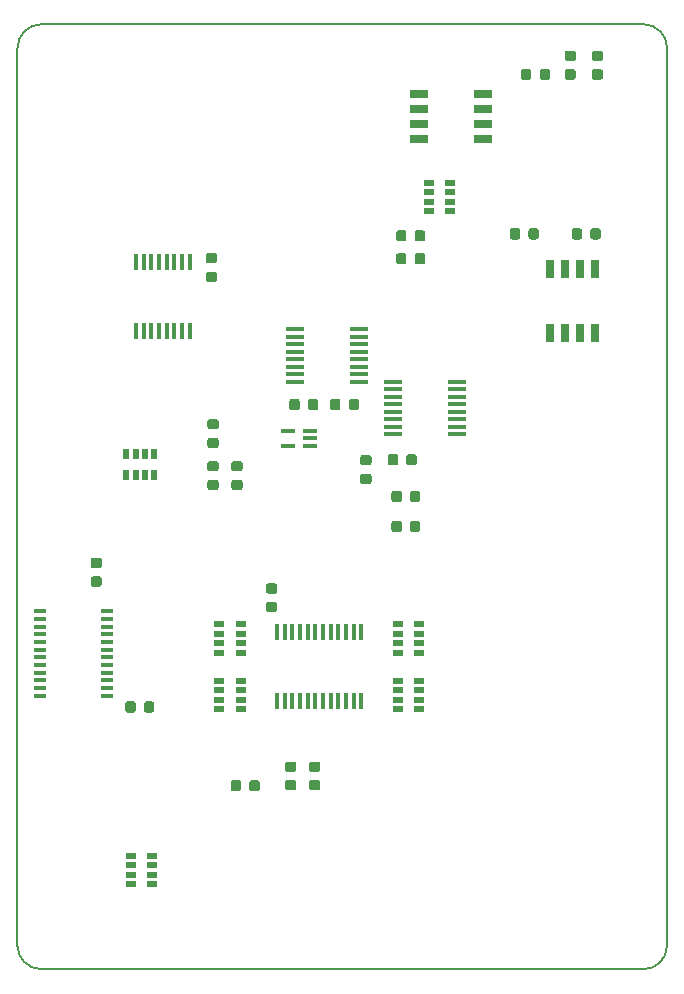
<source format=gbr>
G04 #@! TF.GenerationSoftware,KiCad,Pcbnew,(5.0.0-rc2-190-gf634b7565)*
G04 #@! TF.CreationDate,2018-07-18T23:06:54+02:00*
G04 #@! TF.ProjectId,IoP-mux8-1C,496F502D6D7578382D31432E6B696361,rev?*
G04 #@! TF.SameCoordinates,Original*
G04 #@! TF.FileFunction,Paste,Top*
G04 #@! TF.FilePolarity,Positive*
%FSLAX46Y46*%
G04 Gerber Fmt 4.6, Leading zero omitted, Abs format (unit mm)*
G04 Created by KiCad (PCBNEW (5.0.0-rc2-190-gf634b7565)) date 07/18/18 23:06:54*
%MOMM*%
%LPD*%
G01*
G04 APERTURE LIST*
%ADD10C,0.200000*%
%ADD11C,0.100000*%
%ADD12C,0.875000*%
%ADD13R,0.700000X1.525000*%
%ADD14R,1.525000X0.700000*%
%ADD15R,1.100000X0.400000*%
%ADD16R,0.900000X0.600000*%
%ADD17R,0.450000X1.475000*%
%ADD18R,1.525000X0.435000*%
%ADD19R,1.200000X0.400000*%
%ADD20R,0.600000X0.900000*%
G04 APERTURE END LIST*
D10*
X180000000Y-125000000D02*
G75*
G02X178000000Y-123000000I0J2000000D01*
G01*
X231000000Y-45000000D02*
G75*
G02X233000000Y-47000000I0J-2000000D01*
G01*
X233000000Y-123000000D02*
G75*
G02X231000000Y-125000000I-2000000J0D01*
G01*
X178000000Y-47000000D02*
G75*
G02X180000000Y-45000000I2000000J0D01*
G01*
X178000000Y-47000000D02*
X178000000Y-123000000D01*
X231000000Y-45000000D02*
X180000000Y-45000000D01*
X233000000Y-123000000D02*
X233000000Y-47000000D01*
X180000000Y-125000000D02*
X231000000Y-125000000D01*
D11*
G04 #@! TO.C,R20*
G36*
X196727391Y-108997753D02*
X196748626Y-109000903D01*
X196769450Y-109006119D01*
X196789662Y-109013351D01*
X196809068Y-109022530D01*
X196827481Y-109033566D01*
X196844724Y-109046354D01*
X196860630Y-109060770D01*
X196875046Y-109076676D01*
X196887834Y-109093919D01*
X196898870Y-109112332D01*
X196908049Y-109131738D01*
X196915281Y-109151950D01*
X196920497Y-109172774D01*
X196923647Y-109194009D01*
X196924700Y-109215450D01*
X196924700Y-109727950D01*
X196923647Y-109749391D01*
X196920497Y-109770626D01*
X196915281Y-109791450D01*
X196908049Y-109811662D01*
X196898870Y-109831068D01*
X196887834Y-109849481D01*
X196875046Y-109866724D01*
X196860630Y-109882630D01*
X196844724Y-109897046D01*
X196827481Y-109909834D01*
X196809068Y-109920870D01*
X196789662Y-109930049D01*
X196769450Y-109937281D01*
X196748626Y-109942497D01*
X196727391Y-109945647D01*
X196705950Y-109946700D01*
X196268450Y-109946700D01*
X196247009Y-109945647D01*
X196225774Y-109942497D01*
X196204950Y-109937281D01*
X196184738Y-109930049D01*
X196165332Y-109920870D01*
X196146919Y-109909834D01*
X196129676Y-109897046D01*
X196113770Y-109882630D01*
X196099354Y-109866724D01*
X196086566Y-109849481D01*
X196075530Y-109831068D01*
X196066351Y-109811662D01*
X196059119Y-109791450D01*
X196053903Y-109770626D01*
X196050753Y-109749391D01*
X196049700Y-109727950D01*
X196049700Y-109215450D01*
X196050753Y-109194009D01*
X196053903Y-109172774D01*
X196059119Y-109151950D01*
X196066351Y-109131738D01*
X196075530Y-109112332D01*
X196086566Y-109093919D01*
X196099354Y-109076676D01*
X196113770Y-109060770D01*
X196129676Y-109046354D01*
X196146919Y-109033566D01*
X196165332Y-109022530D01*
X196184738Y-109013351D01*
X196204950Y-109006119D01*
X196225774Y-109000903D01*
X196247009Y-108997753D01*
X196268450Y-108996700D01*
X196705950Y-108996700D01*
X196727391Y-108997753D01*
X196727391Y-108997753D01*
G37*
D12*
X196487200Y-109471700D03*
D11*
G36*
X198302391Y-108997753D02*
X198323626Y-109000903D01*
X198344450Y-109006119D01*
X198364662Y-109013351D01*
X198384068Y-109022530D01*
X198402481Y-109033566D01*
X198419724Y-109046354D01*
X198435630Y-109060770D01*
X198450046Y-109076676D01*
X198462834Y-109093919D01*
X198473870Y-109112332D01*
X198483049Y-109131738D01*
X198490281Y-109151950D01*
X198495497Y-109172774D01*
X198498647Y-109194009D01*
X198499700Y-109215450D01*
X198499700Y-109727950D01*
X198498647Y-109749391D01*
X198495497Y-109770626D01*
X198490281Y-109791450D01*
X198483049Y-109811662D01*
X198473870Y-109831068D01*
X198462834Y-109849481D01*
X198450046Y-109866724D01*
X198435630Y-109882630D01*
X198419724Y-109897046D01*
X198402481Y-109909834D01*
X198384068Y-109920870D01*
X198364662Y-109930049D01*
X198344450Y-109937281D01*
X198323626Y-109942497D01*
X198302391Y-109945647D01*
X198280950Y-109946700D01*
X197843450Y-109946700D01*
X197822009Y-109945647D01*
X197800774Y-109942497D01*
X197779950Y-109937281D01*
X197759738Y-109930049D01*
X197740332Y-109920870D01*
X197721919Y-109909834D01*
X197704676Y-109897046D01*
X197688770Y-109882630D01*
X197674354Y-109866724D01*
X197661566Y-109849481D01*
X197650530Y-109831068D01*
X197641351Y-109811662D01*
X197634119Y-109791450D01*
X197628903Y-109770626D01*
X197625753Y-109749391D01*
X197624700Y-109727950D01*
X197624700Y-109215450D01*
X197625753Y-109194009D01*
X197628903Y-109172774D01*
X197634119Y-109151950D01*
X197641351Y-109131738D01*
X197650530Y-109112332D01*
X197661566Y-109093919D01*
X197674354Y-109076676D01*
X197688770Y-109060770D01*
X197704676Y-109046354D01*
X197721919Y-109033566D01*
X197740332Y-109022530D01*
X197759738Y-109013351D01*
X197779950Y-109006119D01*
X197800774Y-109000903D01*
X197822009Y-108997753D01*
X197843450Y-108996700D01*
X198280950Y-108996700D01*
X198302391Y-108997753D01*
X198302391Y-108997753D01*
G37*
D12*
X198062200Y-109471700D03*
G04 #@! TD*
D13*
G04 #@! TO.C,IC4*
X226905000Y-71112000D03*
X225635000Y-71112000D03*
X224365000Y-71112000D03*
X223095000Y-71112000D03*
X223095000Y-65688000D03*
X224365000Y-65688000D03*
X225635000Y-65688000D03*
X226905000Y-65688000D03*
G04 #@! TD*
D14*
G04 #@! TO.C,IC8*
X217412000Y-54720000D03*
X217412000Y-53450000D03*
X217412000Y-52180000D03*
X217412000Y-50910000D03*
X211988000Y-50910000D03*
X211988000Y-52180000D03*
X211988000Y-53450000D03*
X211988000Y-54720000D03*
G04 #@! TD*
D15*
G04 #@! TO.C,IC1*
X185600000Y-101850000D03*
X185600000Y-101200000D03*
X185600000Y-100550000D03*
X185600000Y-99900000D03*
X185600000Y-99250000D03*
X185600000Y-98600000D03*
X185600000Y-97950000D03*
X185600000Y-97300000D03*
X185600000Y-96650000D03*
X185600000Y-96000000D03*
X185600000Y-95350000D03*
X185600000Y-94700000D03*
X179900000Y-94700000D03*
X179900000Y-95350000D03*
X179900000Y-96000000D03*
X179900000Y-96650000D03*
X179900000Y-97300000D03*
X179900000Y-97950000D03*
X179900000Y-98600000D03*
X179900000Y-99250000D03*
X179900000Y-99900000D03*
X179900000Y-100550000D03*
X179900000Y-101200000D03*
X179900000Y-101850000D03*
G04 #@! TD*
D11*
G04 #@! TO.C,R10*
G36*
X184937691Y-90176053D02*
X184958926Y-90179203D01*
X184979750Y-90184419D01*
X184999962Y-90191651D01*
X185019368Y-90200830D01*
X185037781Y-90211866D01*
X185055024Y-90224654D01*
X185070930Y-90239070D01*
X185085346Y-90254976D01*
X185098134Y-90272219D01*
X185109170Y-90290632D01*
X185118349Y-90310038D01*
X185125581Y-90330250D01*
X185130797Y-90351074D01*
X185133947Y-90372309D01*
X185135000Y-90393750D01*
X185135000Y-90831250D01*
X185133947Y-90852691D01*
X185130797Y-90873926D01*
X185125581Y-90894750D01*
X185118349Y-90914962D01*
X185109170Y-90934368D01*
X185098134Y-90952781D01*
X185085346Y-90970024D01*
X185070930Y-90985930D01*
X185055024Y-91000346D01*
X185037781Y-91013134D01*
X185019368Y-91024170D01*
X184999962Y-91033349D01*
X184979750Y-91040581D01*
X184958926Y-91045797D01*
X184937691Y-91048947D01*
X184916250Y-91050000D01*
X184403750Y-91050000D01*
X184382309Y-91048947D01*
X184361074Y-91045797D01*
X184340250Y-91040581D01*
X184320038Y-91033349D01*
X184300632Y-91024170D01*
X184282219Y-91013134D01*
X184264976Y-91000346D01*
X184249070Y-90985930D01*
X184234654Y-90970024D01*
X184221866Y-90952781D01*
X184210830Y-90934368D01*
X184201651Y-90914962D01*
X184194419Y-90894750D01*
X184189203Y-90873926D01*
X184186053Y-90852691D01*
X184185000Y-90831250D01*
X184185000Y-90393750D01*
X184186053Y-90372309D01*
X184189203Y-90351074D01*
X184194419Y-90330250D01*
X184201651Y-90310038D01*
X184210830Y-90290632D01*
X184221866Y-90272219D01*
X184234654Y-90254976D01*
X184249070Y-90239070D01*
X184264976Y-90224654D01*
X184282219Y-90211866D01*
X184300632Y-90200830D01*
X184320038Y-90191651D01*
X184340250Y-90184419D01*
X184361074Y-90179203D01*
X184382309Y-90176053D01*
X184403750Y-90175000D01*
X184916250Y-90175000D01*
X184937691Y-90176053D01*
X184937691Y-90176053D01*
G37*
D12*
X184660000Y-90612500D03*
D11*
G36*
X184937691Y-91751053D02*
X184958926Y-91754203D01*
X184979750Y-91759419D01*
X184999962Y-91766651D01*
X185019368Y-91775830D01*
X185037781Y-91786866D01*
X185055024Y-91799654D01*
X185070930Y-91814070D01*
X185085346Y-91829976D01*
X185098134Y-91847219D01*
X185109170Y-91865632D01*
X185118349Y-91885038D01*
X185125581Y-91905250D01*
X185130797Y-91926074D01*
X185133947Y-91947309D01*
X185135000Y-91968750D01*
X185135000Y-92406250D01*
X185133947Y-92427691D01*
X185130797Y-92448926D01*
X185125581Y-92469750D01*
X185118349Y-92489962D01*
X185109170Y-92509368D01*
X185098134Y-92527781D01*
X185085346Y-92545024D01*
X185070930Y-92560930D01*
X185055024Y-92575346D01*
X185037781Y-92588134D01*
X185019368Y-92599170D01*
X184999962Y-92608349D01*
X184979750Y-92615581D01*
X184958926Y-92620797D01*
X184937691Y-92623947D01*
X184916250Y-92625000D01*
X184403750Y-92625000D01*
X184382309Y-92623947D01*
X184361074Y-92620797D01*
X184340250Y-92615581D01*
X184320038Y-92608349D01*
X184300632Y-92599170D01*
X184282219Y-92588134D01*
X184264976Y-92575346D01*
X184249070Y-92560930D01*
X184234654Y-92545024D01*
X184221866Y-92527781D01*
X184210830Y-92509368D01*
X184201651Y-92489962D01*
X184194419Y-92469750D01*
X184189203Y-92448926D01*
X184186053Y-92427691D01*
X184185000Y-92406250D01*
X184185000Y-91968750D01*
X184186053Y-91947309D01*
X184189203Y-91926074D01*
X184194419Y-91905250D01*
X184201651Y-91885038D01*
X184210830Y-91865632D01*
X184221866Y-91847219D01*
X184234654Y-91829976D01*
X184249070Y-91814070D01*
X184264976Y-91799654D01*
X184282219Y-91786866D01*
X184300632Y-91775830D01*
X184320038Y-91766651D01*
X184340250Y-91759419D01*
X184361074Y-91754203D01*
X184382309Y-91751053D01*
X184403750Y-91750000D01*
X184916250Y-91750000D01*
X184937691Y-91751053D01*
X184937691Y-91751053D01*
G37*
D12*
X184660000Y-92187500D03*
G04 #@! TD*
D11*
G04 #@! TO.C,R19*
G36*
X205150191Y-76719653D02*
X205171426Y-76722803D01*
X205192250Y-76728019D01*
X205212462Y-76735251D01*
X205231868Y-76744430D01*
X205250281Y-76755466D01*
X205267524Y-76768254D01*
X205283430Y-76782670D01*
X205297846Y-76798576D01*
X205310634Y-76815819D01*
X205321670Y-76834232D01*
X205330849Y-76853638D01*
X205338081Y-76873850D01*
X205343297Y-76894674D01*
X205346447Y-76915909D01*
X205347500Y-76937350D01*
X205347500Y-77449850D01*
X205346447Y-77471291D01*
X205343297Y-77492526D01*
X205338081Y-77513350D01*
X205330849Y-77533562D01*
X205321670Y-77552968D01*
X205310634Y-77571381D01*
X205297846Y-77588624D01*
X205283430Y-77604530D01*
X205267524Y-77618946D01*
X205250281Y-77631734D01*
X205231868Y-77642770D01*
X205212462Y-77651949D01*
X205192250Y-77659181D01*
X205171426Y-77664397D01*
X205150191Y-77667547D01*
X205128750Y-77668600D01*
X204691250Y-77668600D01*
X204669809Y-77667547D01*
X204648574Y-77664397D01*
X204627750Y-77659181D01*
X204607538Y-77651949D01*
X204588132Y-77642770D01*
X204569719Y-77631734D01*
X204552476Y-77618946D01*
X204536570Y-77604530D01*
X204522154Y-77588624D01*
X204509366Y-77571381D01*
X204498330Y-77552968D01*
X204489151Y-77533562D01*
X204481919Y-77513350D01*
X204476703Y-77492526D01*
X204473553Y-77471291D01*
X204472500Y-77449850D01*
X204472500Y-76937350D01*
X204473553Y-76915909D01*
X204476703Y-76894674D01*
X204481919Y-76873850D01*
X204489151Y-76853638D01*
X204498330Y-76834232D01*
X204509366Y-76815819D01*
X204522154Y-76798576D01*
X204536570Y-76782670D01*
X204552476Y-76768254D01*
X204569719Y-76755466D01*
X204588132Y-76744430D01*
X204607538Y-76735251D01*
X204627750Y-76728019D01*
X204648574Y-76722803D01*
X204669809Y-76719653D01*
X204691250Y-76718600D01*
X205128750Y-76718600D01*
X205150191Y-76719653D01*
X205150191Y-76719653D01*
G37*
D12*
X204910000Y-77193600D03*
D11*
G36*
X206725191Y-76719653D02*
X206746426Y-76722803D01*
X206767250Y-76728019D01*
X206787462Y-76735251D01*
X206806868Y-76744430D01*
X206825281Y-76755466D01*
X206842524Y-76768254D01*
X206858430Y-76782670D01*
X206872846Y-76798576D01*
X206885634Y-76815819D01*
X206896670Y-76834232D01*
X206905849Y-76853638D01*
X206913081Y-76873850D01*
X206918297Y-76894674D01*
X206921447Y-76915909D01*
X206922500Y-76937350D01*
X206922500Y-77449850D01*
X206921447Y-77471291D01*
X206918297Y-77492526D01*
X206913081Y-77513350D01*
X206905849Y-77533562D01*
X206896670Y-77552968D01*
X206885634Y-77571381D01*
X206872846Y-77588624D01*
X206858430Y-77604530D01*
X206842524Y-77618946D01*
X206825281Y-77631734D01*
X206806868Y-77642770D01*
X206787462Y-77651949D01*
X206767250Y-77659181D01*
X206746426Y-77664397D01*
X206725191Y-77667547D01*
X206703750Y-77668600D01*
X206266250Y-77668600D01*
X206244809Y-77667547D01*
X206223574Y-77664397D01*
X206202750Y-77659181D01*
X206182538Y-77651949D01*
X206163132Y-77642770D01*
X206144719Y-77631734D01*
X206127476Y-77618946D01*
X206111570Y-77604530D01*
X206097154Y-77588624D01*
X206084366Y-77571381D01*
X206073330Y-77552968D01*
X206064151Y-77533562D01*
X206056919Y-77513350D01*
X206051703Y-77492526D01*
X206048553Y-77471291D01*
X206047500Y-77449850D01*
X206047500Y-76937350D01*
X206048553Y-76915909D01*
X206051703Y-76894674D01*
X206056919Y-76873850D01*
X206064151Y-76853638D01*
X206073330Y-76834232D01*
X206084366Y-76815819D01*
X206097154Y-76798576D01*
X206111570Y-76782670D01*
X206127476Y-76768254D01*
X206144719Y-76755466D01*
X206163132Y-76744430D01*
X206182538Y-76735251D01*
X206202750Y-76728019D01*
X206223574Y-76722803D01*
X206244809Y-76719653D01*
X206266250Y-76718600D01*
X206703750Y-76718600D01*
X206725191Y-76719653D01*
X206725191Y-76719653D01*
G37*
D12*
X206485000Y-77193600D03*
G04 #@! TD*
D16*
G04 #@! TO.C,R13*
X214625000Y-60825000D03*
X214625000Y-60025000D03*
X214625000Y-59225000D03*
X214625000Y-58425000D03*
X212825000Y-60825000D03*
X212825000Y-60025000D03*
X212825000Y-59225000D03*
X212825000Y-58425000D03*
G04 #@! TD*
G04 #@! TO.C,R5*
X187600000Y-115400000D03*
X187600000Y-116200000D03*
X187600000Y-117000000D03*
X187600000Y-117800000D03*
X189400000Y-115400000D03*
X189400000Y-116200000D03*
X189400000Y-117000000D03*
X189400000Y-117800000D03*
G04 #@! TD*
D17*
G04 #@! TO.C,IC3*
X199975000Y-102338000D03*
X200625000Y-102338000D03*
X201275000Y-102338000D03*
X201925000Y-102338000D03*
X202575000Y-102338000D03*
X203225000Y-102338000D03*
X203875000Y-102338000D03*
X204525000Y-102338000D03*
X205175000Y-102338000D03*
X205825000Y-102338000D03*
X206475000Y-102338000D03*
X207125000Y-102338000D03*
X207125000Y-96462000D03*
X206475000Y-96462000D03*
X205825000Y-96462000D03*
X205175000Y-96462000D03*
X204525000Y-96462000D03*
X203875000Y-96462000D03*
X203225000Y-96462000D03*
X202575000Y-96462000D03*
X201925000Y-96462000D03*
X201275000Y-96462000D03*
X200625000Y-96462000D03*
X199975000Y-96462000D03*
G04 #@! TD*
D18*
G04 #@! TO.C,IC7*
X209788000Y-79722000D03*
X209788000Y-79088000D03*
X209788000Y-78452000D03*
X209788000Y-77818000D03*
X209788000Y-77182000D03*
X209788000Y-76548000D03*
X209788000Y-75912000D03*
X209788000Y-75278000D03*
X215212000Y-75278000D03*
X215212000Y-75912000D03*
X215212000Y-76548000D03*
X215212000Y-77182000D03*
X215212000Y-77818000D03*
X215212000Y-78452000D03*
X215212000Y-79088000D03*
X215212000Y-79722000D03*
G04 #@! TD*
D19*
G04 #@! TO.C,IC6*
X202800000Y-80700000D03*
X202800000Y-80050000D03*
X202800000Y-79400000D03*
X200900000Y-79400000D03*
X200900000Y-80700000D03*
G04 #@! TD*
D17*
G04 #@! TO.C,IC2*
X188025000Y-70988000D03*
X188675000Y-70988000D03*
X189325000Y-70988000D03*
X189975000Y-70988000D03*
X190625000Y-70988000D03*
X191275000Y-70988000D03*
X191925000Y-70988000D03*
X192575000Y-70988000D03*
X192575000Y-65112000D03*
X191925000Y-65112000D03*
X191275000Y-65112000D03*
X190625000Y-65112000D03*
X189975000Y-65112000D03*
X189325000Y-65112000D03*
X188675000Y-65112000D03*
X188025000Y-65112000D03*
G04 #@! TD*
D18*
G04 #@! TO.C,IC5*
X201476000Y-70831000D03*
X201476000Y-71465000D03*
X201476000Y-72101000D03*
X201476000Y-72735000D03*
X201476000Y-73371000D03*
X201476000Y-74005000D03*
X201476000Y-74641000D03*
X201476000Y-75275000D03*
X206900000Y-75275000D03*
X206900000Y-74641000D03*
X206900000Y-74005000D03*
X206900000Y-73371000D03*
X206900000Y-72735000D03*
X206900000Y-72101000D03*
X206900000Y-71465000D03*
X206900000Y-70831000D03*
G04 #@! TD*
D11*
G04 #@! TO.C,C10*
G36*
X196856491Y-83564353D02*
X196877726Y-83567503D01*
X196898550Y-83572719D01*
X196918762Y-83579951D01*
X196938168Y-83589130D01*
X196956581Y-83600166D01*
X196973824Y-83612954D01*
X196989730Y-83627370D01*
X197004146Y-83643276D01*
X197016934Y-83660519D01*
X197027970Y-83678932D01*
X197037149Y-83698338D01*
X197044381Y-83718550D01*
X197049597Y-83739374D01*
X197052747Y-83760609D01*
X197053800Y-83782050D01*
X197053800Y-84219550D01*
X197052747Y-84240991D01*
X197049597Y-84262226D01*
X197044381Y-84283050D01*
X197037149Y-84303262D01*
X197027970Y-84322668D01*
X197016934Y-84341081D01*
X197004146Y-84358324D01*
X196989730Y-84374230D01*
X196973824Y-84388646D01*
X196956581Y-84401434D01*
X196938168Y-84412470D01*
X196918762Y-84421649D01*
X196898550Y-84428881D01*
X196877726Y-84434097D01*
X196856491Y-84437247D01*
X196835050Y-84438300D01*
X196322550Y-84438300D01*
X196301109Y-84437247D01*
X196279874Y-84434097D01*
X196259050Y-84428881D01*
X196238838Y-84421649D01*
X196219432Y-84412470D01*
X196201019Y-84401434D01*
X196183776Y-84388646D01*
X196167870Y-84374230D01*
X196153454Y-84358324D01*
X196140666Y-84341081D01*
X196129630Y-84322668D01*
X196120451Y-84303262D01*
X196113219Y-84283050D01*
X196108003Y-84262226D01*
X196104853Y-84240991D01*
X196103800Y-84219550D01*
X196103800Y-83782050D01*
X196104853Y-83760609D01*
X196108003Y-83739374D01*
X196113219Y-83718550D01*
X196120451Y-83698338D01*
X196129630Y-83678932D01*
X196140666Y-83660519D01*
X196153454Y-83643276D01*
X196167870Y-83627370D01*
X196183776Y-83612954D01*
X196201019Y-83600166D01*
X196219432Y-83589130D01*
X196238838Y-83579951D01*
X196259050Y-83572719D01*
X196279874Y-83567503D01*
X196301109Y-83564353D01*
X196322550Y-83563300D01*
X196835050Y-83563300D01*
X196856491Y-83564353D01*
X196856491Y-83564353D01*
G37*
D12*
X196578800Y-84000800D03*
D11*
G36*
X196856491Y-81989353D02*
X196877726Y-81992503D01*
X196898550Y-81997719D01*
X196918762Y-82004951D01*
X196938168Y-82014130D01*
X196956581Y-82025166D01*
X196973824Y-82037954D01*
X196989730Y-82052370D01*
X197004146Y-82068276D01*
X197016934Y-82085519D01*
X197027970Y-82103932D01*
X197037149Y-82123338D01*
X197044381Y-82143550D01*
X197049597Y-82164374D01*
X197052747Y-82185609D01*
X197053800Y-82207050D01*
X197053800Y-82644550D01*
X197052747Y-82665991D01*
X197049597Y-82687226D01*
X197044381Y-82708050D01*
X197037149Y-82728262D01*
X197027970Y-82747668D01*
X197016934Y-82766081D01*
X197004146Y-82783324D01*
X196989730Y-82799230D01*
X196973824Y-82813646D01*
X196956581Y-82826434D01*
X196938168Y-82837470D01*
X196918762Y-82846649D01*
X196898550Y-82853881D01*
X196877726Y-82859097D01*
X196856491Y-82862247D01*
X196835050Y-82863300D01*
X196322550Y-82863300D01*
X196301109Y-82862247D01*
X196279874Y-82859097D01*
X196259050Y-82853881D01*
X196238838Y-82846649D01*
X196219432Y-82837470D01*
X196201019Y-82826434D01*
X196183776Y-82813646D01*
X196167870Y-82799230D01*
X196153454Y-82783324D01*
X196140666Y-82766081D01*
X196129630Y-82747668D01*
X196120451Y-82728262D01*
X196113219Y-82708050D01*
X196108003Y-82687226D01*
X196104853Y-82665991D01*
X196103800Y-82644550D01*
X196103800Y-82207050D01*
X196104853Y-82185609D01*
X196108003Y-82164374D01*
X196113219Y-82143550D01*
X196120451Y-82123338D01*
X196129630Y-82103932D01*
X196140666Y-82085519D01*
X196153454Y-82068276D01*
X196167870Y-82052370D01*
X196183776Y-82037954D01*
X196201019Y-82025166D01*
X196219432Y-82014130D01*
X196238838Y-82004951D01*
X196259050Y-81997719D01*
X196279874Y-81992503D01*
X196301109Y-81989353D01*
X196322550Y-81988300D01*
X196835050Y-81988300D01*
X196856491Y-81989353D01*
X196856491Y-81989353D01*
G37*
D12*
X196578800Y-82425800D03*
G04 #@! TD*
D11*
G04 #@! TO.C,R18*
G36*
X194837691Y-78433353D02*
X194858926Y-78436503D01*
X194879750Y-78441719D01*
X194899962Y-78448951D01*
X194919368Y-78458130D01*
X194937781Y-78469166D01*
X194955024Y-78481954D01*
X194970930Y-78496370D01*
X194985346Y-78512276D01*
X194998134Y-78529519D01*
X195009170Y-78547932D01*
X195018349Y-78567338D01*
X195025581Y-78587550D01*
X195030797Y-78608374D01*
X195033947Y-78629609D01*
X195035000Y-78651050D01*
X195035000Y-79088550D01*
X195033947Y-79109991D01*
X195030797Y-79131226D01*
X195025581Y-79152050D01*
X195018349Y-79172262D01*
X195009170Y-79191668D01*
X194998134Y-79210081D01*
X194985346Y-79227324D01*
X194970930Y-79243230D01*
X194955024Y-79257646D01*
X194937781Y-79270434D01*
X194919368Y-79281470D01*
X194899962Y-79290649D01*
X194879750Y-79297881D01*
X194858926Y-79303097D01*
X194837691Y-79306247D01*
X194816250Y-79307300D01*
X194303750Y-79307300D01*
X194282309Y-79306247D01*
X194261074Y-79303097D01*
X194240250Y-79297881D01*
X194220038Y-79290649D01*
X194200632Y-79281470D01*
X194182219Y-79270434D01*
X194164976Y-79257646D01*
X194149070Y-79243230D01*
X194134654Y-79227324D01*
X194121866Y-79210081D01*
X194110830Y-79191668D01*
X194101651Y-79172262D01*
X194094419Y-79152050D01*
X194089203Y-79131226D01*
X194086053Y-79109991D01*
X194085000Y-79088550D01*
X194085000Y-78651050D01*
X194086053Y-78629609D01*
X194089203Y-78608374D01*
X194094419Y-78587550D01*
X194101651Y-78567338D01*
X194110830Y-78547932D01*
X194121866Y-78529519D01*
X194134654Y-78512276D01*
X194149070Y-78496370D01*
X194164976Y-78481954D01*
X194182219Y-78469166D01*
X194200632Y-78458130D01*
X194220038Y-78448951D01*
X194240250Y-78441719D01*
X194261074Y-78436503D01*
X194282309Y-78433353D01*
X194303750Y-78432300D01*
X194816250Y-78432300D01*
X194837691Y-78433353D01*
X194837691Y-78433353D01*
G37*
D12*
X194560000Y-78869800D03*
D11*
G36*
X194837691Y-80008353D02*
X194858926Y-80011503D01*
X194879750Y-80016719D01*
X194899962Y-80023951D01*
X194919368Y-80033130D01*
X194937781Y-80044166D01*
X194955024Y-80056954D01*
X194970930Y-80071370D01*
X194985346Y-80087276D01*
X194998134Y-80104519D01*
X195009170Y-80122932D01*
X195018349Y-80142338D01*
X195025581Y-80162550D01*
X195030797Y-80183374D01*
X195033947Y-80204609D01*
X195035000Y-80226050D01*
X195035000Y-80663550D01*
X195033947Y-80684991D01*
X195030797Y-80706226D01*
X195025581Y-80727050D01*
X195018349Y-80747262D01*
X195009170Y-80766668D01*
X194998134Y-80785081D01*
X194985346Y-80802324D01*
X194970930Y-80818230D01*
X194955024Y-80832646D01*
X194937781Y-80845434D01*
X194919368Y-80856470D01*
X194899962Y-80865649D01*
X194879750Y-80872881D01*
X194858926Y-80878097D01*
X194837691Y-80881247D01*
X194816250Y-80882300D01*
X194303750Y-80882300D01*
X194282309Y-80881247D01*
X194261074Y-80878097D01*
X194240250Y-80872881D01*
X194220038Y-80865649D01*
X194200632Y-80856470D01*
X194182219Y-80845434D01*
X194164976Y-80832646D01*
X194149070Y-80818230D01*
X194134654Y-80802324D01*
X194121866Y-80785081D01*
X194110830Y-80766668D01*
X194101651Y-80747262D01*
X194094419Y-80727050D01*
X194089203Y-80706226D01*
X194086053Y-80684991D01*
X194085000Y-80663550D01*
X194085000Y-80226050D01*
X194086053Y-80204609D01*
X194089203Y-80183374D01*
X194094419Y-80162550D01*
X194101651Y-80142338D01*
X194110830Y-80122932D01*
X194121866Y-80104519D01*
X194134654Y-80087276D01*
X194149070Y-80071370D01*
X194164976Y-80056954D01*
X194182219Y-80044166D01*
X194200632Y-80033130D01*
X194220038Y-80023951D01*
X194240250Y-80016719D01*
X194261074Y-80011503D01*
X194282309Y-80008353D01*
X194303750Y-80007300D01*
X194816250Y-80007300D01*
X194837691Y-80008353D01*
X194837691Y-80008353D01*
G37*
D12*
X194560000Y-80444800D03*
G04 #@! TD*
D11*
G04 #@! TO.C,R17*
G36*
X194824491Y-81989553D02*
X194845726Y-81992703D01*
X194866550Y-81997919D01*
X194886762Y-82005151D01*
X194906168Y-82014330D01*
X194924581Y-82025366D01*
X194941824Y-82038154D01*
X194957730Y-82052570D01*
X194972146Y-82068476D01*
X194984934Y-82085719D01*
X194995970Y-82104132D01*
X195005149Y-82123538D01*
X195012381Y-82143750D01*
X195017597Y-82164574D01*
X195020747Y-82185809D01*
X195021800Y-82207250D01*
X195021800Y-82644750D01*
X195020747Y-82666191D01*
X195017597Y-82687426D01*
X195012381Y-82708250D01*
X195005149Y-82728462D01*
X194995970Y-82747868D01*
X194984934Y-82766281D01*
X194972146Y-82783524D01*
X194957730Y-82799430D01*
X194941824Y-82813846D01*
X194924581Y-82826634D01*
X194906168Y-82837670D01*
X194886762Y-82846849D01*
X194866550Y-82854081D01*
X194845726Y-82859297D01*
X194824491Y-82862447D01*
X194803050Y-82863500D01*
X194290550Y-82863500D01*
X194269109Y-82862447D01*
X194247874Y-82859297D01*
X194227050Y-82854081D01*
X194206838Y-82846849D01*
X194187432Y-82837670D01*
X194169019Y-82826634D01*
X194151776Y-82813846D01*
X194135870Y-82799430D01*
X194121454Y-82783524D01*
X194108666Y-82766281D01*
X194097630Y-82747868D01*
X194088451Y-82728462D01*
X194081219Y-82708250D01*
X194076003Y-82687426D01*
X194072853Y-82666191D01*
X194071800Y-82644750D01*
X194071800Y-82207250D01*
X194072853Y-82185809D01*
X194076003Y-82164574D01*
X194081219Y-82143750D01*
X194088451Y-82123538D01*
X194097630Y-82104132D01*
X194108666Y-82085719D01*
X194121454Y-82068476D01*
X194135870Y-82052570D01*
X194151776Y-82038154D01*
X194169019Y-82025366D01*
X194187432Y-82014330D01*
X194206838Y-82005151D01*
X194227050Y-81997919D01*
X194247874Y-81992703D01*
X194269109Y-81989553D01*
X194290550Y-81988500D01*
X194803050Y-81988500D01*
X194824491Y-81989553D01*
X194824491Y-81989553D01*
G37*
D12*
X194546800Y-82426000D03*
D11*
G36*
X194824491Y-83564553D02*
X194845726Y-83567703D01*
X194866550Y-83572919D01*
X194886762Y-83580151D01*
X194906168Y-83589330D01*
X194924581Y-83600366D01*
X194941824Y-83613154D01*
X194957730Y-83627570D01*
X194972146Y-83643476D01*
X194984934Y-83660719D01*
X194995970Y-83679132D01*
X195005149Y-83698538D01*
X195012381Y-83718750D01*
X195017597Y-83739574D01*
X195020747Y-83760809D01*
X195021800Y-83782250D01*
X195021800Y-84219750D01*
X195020747Y-84241191D01*
X195017597Y-84262426D01*
X195012381Y-84283250D01*
X195005149Y-84303462D01*
X194995970Y-84322868D01*
X194984934Y-84341281D01*
X194972146Y-84358524D01*
X194957730Y-84374430D01*
X194941824Y-84388846D01*
X194924581Y-84401634D01*
X194906168Y-84412670D01*
X194886762Y-84421849D01*
X194866550Y-84429081D01*
X194845726Y-84434297D01*
X194824491Y-84437447D01*
X194803050Y-84438500D01*
X194290550Y-84438500D01*
X194269109Y-84437447D01*
X194247874Y-84434297D01*
X194227050Y-84429081D01*
X194206838Y-84421849D01*
X194187432Y-84412670D01*
X194169019Y-84401634D01*
X194151776Y-84388846D01*
X194135870Y-84374430D01*
X194121454Y-84358524D01*
X194108666Y-84341281D01*
X194097630Y-84322868D01*
X194088451Y-84303462D01*
X194081219Y-84283250D01*
X194076003Y-84262426D01*
X194072853Y-84241191D01*
X194071800Y-84219750D01*
X194071800Y-83782250D01*
X194072853Y-83760809D01*
X194076003Y-83739574D01*
X194081219Y-83718750D01*
X194088451Y-83698538D01*
X194097630Y-83679132D01*
X194108666Y-83660719D01*
X194121454Y-83643476D01*
X194135870Y-83627570D01*
X194151776Y-83613154D01*
X194169019Y-83600366D01*
X194187432Y-83589330D01*
X194206838Y-83580151D01*
X194227050Y-83572919D01*
X194247874Y-83567703D01*
X194269109Y-83564553D01*
X194290550Y-83563500D01*
X194803050Y-83563500D01*
X194824491Y-83564553D01*
X194824491Y-83564553D01*
G37*
D12*
X194546800Y-84001000D03*
G04 #@! TD*
D11*
G04 #@! TO.C,C2*
G36*
X187812091Y-102330253D02*
X187833326Y-102333403D01*
X187854150Y-102338619D01*
X187874362Y-102345851D01*
X187893768Y-102355030D01*
X187912181Y-102366066D01*
X187929424Y-102378854D01*
X187945330Y-102393270D01*
X187959746Y-102409176D01*
X187972534Y-102426419D01*
X187983570Y-102444832D01*
X187992749Y-102464238D01*
X187999981Y-102484450D01*
X188005197Y-102505274D01*
X188008347Y-102526509D01*
X188009400Y-102547950D01*
X188009400Y-103060450D01*
X188008347Y-103081891D01*
X188005197Y-103103126D01*
X187999981Y-103123950D01*
X187992749Y-103144162D01*
X187983570Y-103163568D01*
X187972534Y-103181981D01*
X187959746Y-103199224D01*
X187945330Y-103215130D01*
X187929424Y-103229546D01*
X187912181Y-103242334D01*
X187893768Y-103253370D01*
X187874362Y-103262549D01*
X187854150Y-103269781D01*
X187833326Y-103274997D01*
X187812091Y-103278147D01*
X187790650Y-103279200D01*
X187353150Y-103279200D01*
X187331709Y-103278147D01*
X187310474Y-103274997D01*
X187289650Y-103269781D01*
X187269438Y-103262549D01*
X187250032Y-103253370D01*
X187231619Y-103242334D01*
X187214376Y-103229546D01*
X187198470Y-103215130D01*
X187184054Y-103199224D01*
X187171266Y-103181981D01*
X187160230Y-103163568D01*
X187151051Y-103144162D01*
X187143819Y-103123950D01*
X187138603Y-103103126D01*
X187135453Y-103081891D01*
X187134400Y-103060450D01*
X187134400Y-102547950D01*
X187135453Y-102526509D01*
X187138603Y-102505274D01*
X187143819Y-102484450D01*
X187151051Y-102464238D01*
X187160230Y-102444832D01*
X187171266Y-102426419D01*
X187184054Y-102409176D01*
X187198470Y-102393270D01*
X187214376Y-102378854D01*
X187231619Y-102366066D01*
X187250032Y-102355030D01*
X187269438Y-102345851D01*
X187289650Y-102338619D01*
X187310474Y-102333403D01*
X187331709Y-102330253D01*
X187353150Y-102329200D01*
X187790650Y-102329200D01*
X187812091Y-102330253D01*
X187812091Y-102330253D01*
G37*
D12*
X187571900Y-102804200D03*
D11*
G36*
X189387091Y-102330253D02*
X189408326Y-102333403D01*
X189429150Y-102338619D01*
X189449362Y-102345851D01*
X189468768Y-102355030D01*
X189487181Y-102366066D01*
X189504424Y-102378854D01*
X189520330Y-102393270D01*
X189534746Y-102409176D01*
X189547534Y-102426419D01*
X189558570Y-102444832D01*
X189567749Y-102464238D01*
X189574981Y-102484450D01*
X189580197Y-102505274D01*
X189583347Y-102526509D01*
X189584400Y-102547950D01*
X189584400Y-103060450D01*
X189583347Y-103081891D01*
X189580197Y-103103126D01*
X189574981Y-103123950D01*
X189567749Y-103144162D01*
X189558570Y-103163568D01*
X189547534Y-103181981D01*
X189534746Y-103199224D01*
X189520330Y-103215130D01*
X189504424Y-103229546D01*
X189487181Y-103242334D01*
X189468768Y-103253370D01*
X189449362Y-103262549D01*
X189429150Y-103269781D01*
X189408326Y-103274997D01*
X189387091Y-103278147D01*
X189365650Y-103279200D01*
X188928150Y-103279200D01*
X188906709Y-103278147D01*
X188885474Y-103274997D01*
X188864650Y-103269781D01*
X188844438Y-103262549D01*
X188825032Y-103253370D01*
X188806619Y-103242334D01*
X188789376Y-103229546D01*
X188773470Y-103215130D01*
X188759054Y-103199224D01*
X188746266Y-103181981D01*
X188735230Y-103163568D01*
X188726051Y-103144162D01*
X188718819Y-103123950D01*
X188713603Y-103103126D01*
X188710453Y-103081891D01*
X188709400Y-103060450D01*
X188709400Y-102547950D01*
X188710453Y-102526509D01*
X188713603Y-102505274D01*
X188718819Y-102484450D01*
X188726051Y-102464238D01*
X188735230Y-102444832D01*
X188746266Y-102426419D01*
X188759054Y-102409176D01*
X188773470Y-102393270D01*
X188789376Y-102378854D01*
X188806619Y-102366066D01*
X188825032Y-102355030D01*
X188844438Y-102345851D01*
X188864650Y-102338619D01*
X188885474Y-102333403D01*
X188906709Y-102330253D01*
X188928150Y-102329200D01*
X189365650Y-102329200D01*
X189387091Y-102330253D01*
X189387091Y-102330253D01*
G37*
D12*
X189146900Y-102804200D03*
G04 #@! TD*
D11*
G04 #@! TO.C,C3*
G36*
X201413291Y-108997153D02*
X201434526Y-109000303D01*
X201455350Y-109005519D01*
X201475562Y-109012751D01*
X201494968Y-109021930D01*
X201513381Y-109032966D01*
X201530624Y-109045754D01*
X201546530Y-109060170D01*
X201560946Y-109076076D01*
X201573734Y-109093319D01*
X201584770Y-109111732D01*
X201593949Y-109131138D01*
X201601181Y-109151350D01*
X201606397Y-109172174D01*
X201609547Y-109193409D01*
X201610600Y-109214850D01*
X201610600Y-109652350D01*
X201609547Y-109673791D01*
X201606397Y-109695026D01*
X201601181Y-109715850D01*
X201593949Y-109736062D01*
X201584770Y-109755468D01*
X201573734Y-109773881D01*
X201560946Y-109791124D01*
X201546530Y-109807030D01*
X201530624Y-109821446D01*
X201513381Y-109834234D01*
X201494968Y-109845270D01*
X201475562Y-109854449D01*
X201455350Y-109861681D01*
X201434526Y-109866897D01*
X201413291Y-109870047D01*
X201391850Y-109871100D01*
X200879350Y-109871100D01*
X200857909Y-109870047D01*
X200836674Y-109866897D01*
X200815850Y-109861681D01*
X200795638Y-109854449D01*
X200776232Y-109845270D01*
X200757819Y-109834234D01*
X200740576Y-109821446D01*
X200724670Y-109807030D01*
X200710254Y-109791124D01*
X200697466Y-109773881D01*
X200686430Y-109755468D01*
X200677251Y-109736062D01*
X200670019Y-109715850D01*
X200664803Y-109695026D01*
X200661653Y-109673791D01*
X200660600Y-109652350D01*
X200660600Y-109214850D01*
X200661653Y-109193409D01*
X200664803Y-109172174D01*
X200670019Y-109151350D01*
X200677251Y-109131138D01*
X200686430Y-109111732D01*
X200697466Y-109093319D01*
X200710254Y-109076076D01*
X200724670Y-109060170D01*
X200740576Y-109045754D01*
X200757819Y-109032966D01*
X200776232Y-109021930D01*
X200795638Y-109012751D01*
X200815850Y-109005519D01*
X200836674Y-109000303D01*
X200857909Y-108997153D01*
X200879350Y-108996100D01*
X201391850Y-108996100D01*
X201413291Y-108997153D01*
X201413291Y-108997153D01*
G37*
D12*
X201135600Y-109433600D03*
D11*
G36*
X201413291Y-107422153D02*
X201434526Y-107425303D01*
X201455350Y-107430519D01*
X201475562Y-107437751D01*
X201494968Y-107446930D01*
X201513381Y-107457966D01*
X201530624Y-107470754D01*
X201546530Y-107485170D01*
X201560946Y-107501076D01*
X201573734Y-107518319D01*
X201584770Y-107536732D01*
X201593949Y-107556138D01*
X201601181Y-107576350D01*
X201606397Y-107597174D01*
X201609547Y-107618409D01*
X201610600Y-107639850D01*
X201610600Y-108077350D01*
X201609547Y-108098791D01*
X201606397Y-108120026D01*
X201601181Y-108140850D01*
X201593949Y-108161062D01*
X201584770Y-108180468D01*
X201573734Y-108198881D01*
X201560946Y-108216124D01*
X201546530Y-108232030D01*
X201530624Y-108246446D01*
X201513381Y-108259234D01*
X201494968Y-108270270D01*
X201475562Y-108279449D01*
X201455350Y-108286681D01*
X201434526Y-108291897D01*
X201413291Y-108295047D01*
X201391850Y-108296100D01*
X200879350Y-108296100D01*
X200857909Y-108295047D01*
X200836674Y-108291897D01*
X200815850Y-108286681D01*
X200795638Y-108279449D01*
X200776232Y-108270270D01*
X200757819Y-108259234D01*
X200740576Y-108246446D01*
X200724670Y-108232030D01*
X200710254Y-108216124D01*
X200697466Y-108198881D01*
X200686430Y-108180468D01*
X200677251Y-108161062D01*
X200670019Y-108140850D01*
X200664803Y-108120026D01*
X200661653Y-108098791D01*
X200660600Y-108077350D01*
X200660600Y-107639850D01*
X200661653Y-107618409D01*
X200664803Y-107597174D01*
X200670019Y-107576350D01*
X200677251Y-107556138D01*
X200686430Y-107536732D01*
X200697466Y-107518319D01*
X200710254Y-107501076D01*
X200724670Y-107485170D01*
X200740576Y-107470754D01*
X200757819Y-107457966D01*
X200776232Y-107446930D01*
X200795638Y-107437751D01*
X200815850Y-107430519D01*
X200836674Y-107425303D01*
X200857909Y-107422153D01*
X200879350Y-107421100D01*
X201391850Y-107421100D01*
X201413291Y-107422153D01*
X201413291Y-107422153D01*
G37*
D12*
X201135600Y-107858600D03*
G04 #@! TD*
D11*
G04 #@! TO.C,C4*
G36*
X199787691Y-92334553D02*
X199808926Y-92337703D01*
X199829750Y-92342919D01*
X199849962Y-92350151D01*
X199869368Y-92359330D01*
X199887781Y-92370366D01*
X199905024Y-92383154D01*
X199920930Y-92397570D01*
X199935346Y-92413476D01*
X199948134Y-92430719D01*
X199959170Y-92449132D01*
X199968349Y-92468538D01*
X199975581Y-92488750D01*
X199980797Y-92509574D01*
X199983947Y-92530809D01*
X199985000Y-92552250D01*
X199985000Y-92989750D01*
X199983947Y-93011191D01*
X199980797Y-93032426D01*
X199975581Y-93053250D01*
X199968349Y-93073462D01*
X199959170Y-93092868D01*
X199948134Y-93111281D01*
X199935346Y-93128524D01*
X199920930Y-93144430D01*
X199905024Y-93158846D01*
X199887781Y-93171634D01*
X199869368Y-93182670D01*
X199849962Y-93191849D01*
X199829750Y-93199081D01*
X199808926Y-93204297D01*
X199787691Y-93207447D01*
X199766250Y-93208500D01*
X199253750Y-93208500D01*
X199232309Y-93207447D01*
X199211074Y-93204297D01*
X199190250Y-93199081D01*
X199170038Y-93191849D01*
X199150632Y-93182670D01*
X199132219Y-93171634D01*
X199114976Y-93158846D01*
X199099070Y-93144430D01*
X199084654Y-93128524D01*
X199071866Y-93111281D01*
X199060830Y-93092868D01*
X199051651Y-93073462D01*
X199044419Y-93053250D01*
X199039203Y-93032426D01*
X199036053Y-93011191D01*
X199035000Y-92989750D01*
X199035000Y-92552250D01*
X199036053Y-92530809D01*
X199039203Y-92509574D01*
X199044419Y-92488750D01*
X199051651Y-92468538D01*
X199060830Y-92449132D01*
X199071866Y-92430719D01*
X199084654Y-92413476D01*
X199099070Y-92397570D01*
X199114976Y-92383154D01*
X199132219Y-92370366D01*
X199150632Y-92359330D01*
X199170038Y-92350151D01*
X199190250Y-92342919D01*
X199211074Y-92337703D01*
X199232309Y-92334553D01*
X199253750Y-92333500D01*
X199766250Y-92333500D01*
X199787691Y-92334553D01*
X199787691Y-92334553D01*
G37*
D12*
X199510000Y-92771000D03*
D11*
G36*
X199787691Y-93909553D02*
X199808926Y-93912703D01*
X199829750Y-93917919D01*
X199849962Y-93925151D01*
X199869368Y-93934330D01*
X199887781Y-93945366D01*
X199905024Y-93958154D01*
X199920930Y-93972570D01*
X199935346Y-93988476D01*
X199948134Y-94005719D01*
X199959170Y-94024132D01*
X199968349Y-94043538D01*
X199975581Y-94063750D01*
X199980797Y-94084574D01*
X199983947Y-94105809D01*
X199985000Y-94127250D01*
X199985000Y-94564750D01*
X199983947Y-94586191D01*
X199980797Y-94607426D01*
X199975581Y-94628250D01*
X199968349Y-94648462D01*
X199959170Y-94667868D01*
X199948134Y-94686281D01*
X199935346Y-94703524D01*
X199920930Y-94719430D01*
X199905024Y-94733846D01*
X199887781Y-94746634D01*
X199869368Y-94757670D01*
X199849962Y-94766849D01*
X199829750Y-94774081D01*
X199808926Y-94779297D01*
X199787691Y-94782447D01*
X199766250Y-94783500D01*
X199253750Y-94783500D01*
X199232309Y-94782447D01*
X199211074Y-94779297D01*
X199190250Y-94774081D01*
X199170038Y-94766849D01*
X199150632Y-94757670D01*
X199132219Y-94746634D01*
X199114976Y-94733846D01*
X199099070Y-94719430D01*
X199084654Y-94703524D01*
X199071866Y-94686281D01*
X199060830Y-94667868D01*
X199051651Y-94648462D01*
X199044419Y-94628250D01*
X199039203Y-94607426D01*
X199036053Y-94586191D01*
X199035000Y-94564750D01*
X199035000Y-94127250D01*
X199036053Y-94105809D01*
X199039203Y-94084574D01*
X199044419Y-94063750D01*
X199051651Y-94043538D01*
X199060830Y-94024132D01*
X199071866Y-94005719D01*
X199084654Y-93988476D01*
X199099070Y-93972570D01*
X199114976Y-93958154D01*
X199132219Y-93945366D01*
X199150632Y-93934330D01*
X199170038Y-93925151D01*
X199190250Y-93917919D01*
X199211074Y-93912703D01*
X199232309Y-93909553D01*
X199253750Y-93908500D01*
X199766250Y-93908500D01*
X199787691Y-93909553D01*
X199787691Y-93909553D01*
G37*
D12*
X199510000Y-94346000D03*
G04 #@! TD*
D11*
G04 #@! TO.C,C5*
G36*
X221940191Y-62276053D02*
X221961426Y-62279203D01*
X221982250Y-62284419D01*
X222002462Y-62291651D01*
X222021868Y-62300830D01*
X222040281Y-62311866D01*
X222057524Y-62324654D01*
X222073430Y-62339070D01*
X222087846Y-62354976D01*
X222100634Y-62372219D01*
X222111670Y-62390632D01*
X222120849Y-62410038D01*
X222128081Y-62430250D01*
X222133297Y-62451074D01*
X222136447Y-62472309D01*
X222137500Y-62493750D01*
X222137500Y-63006250D01*
X222136447Y-63027691D01*
X222133297Y-63048926D01*
X222128081Y-63069750D01*
X222120849Y-63089962D01*
X222111670Y-63109368D01*
X222100634Y-63127781D01*
X222087846Y-63145024D01*
X222073430Y-63160930D01*
X222057524Y-63175346D01*
X222040281Y-63188134D01*
X222021868Y-63199170D01*
X222002462Y-63208349D01*
X221982250Y-63215581D01*
X221961426Y-63220797D01*
X221940191Y-63223947D01*
X221918750Y-63225000D01*
X221481250Y-63225000D01*
X221459809Y-63223947D01*
X221438574Y-63220797D01*
X221417750Y-63215581D01*
X221397538Y-63208349D01*
X221378132Y-63199170D01*
X221359719Y-63188134D01*
X221342476Y-63175346D01*
X221326570Y-63160930D01*
X221312154Y-63145024D01*
X221299366Y-63127781D01*
X221288330Y-63109368D01*
X221279151Y-63089962D01*
X221271919Y-63069750D01*
X221266703Y-63048926D01*
X221263553Y-63027691D01*
X221262500Y-63006250D01*
X221262500Y-62493750D01*
X221263553Y-62472309D01*
X221266703Y-62451074D01*
X221271919Y-62430250D01*
X221279151Y-62410038D01*
X221288330Y-62390632D01*
X221299366Y-62372219D01*
X221312154Y-62354976D01*
X221326570Y-62339070D01*
X221342476Y-62324654D01*
X221359719Y-62311866D01*
X221378132Y-62300830D01*
X221397538Y-62291651D01*
X221417750Y-62284419D01*
X221438574Y-62279203D01*
X221459809Y-62276053D01*
X221481250Y-62275000D01*
X221918750Y-62275000D01*
X221940191Y-62276053D01*
X221940191Y-62276053D01*
G37*
D12*
X221700000Y-62750000D03*
D11*
G36*
X220365191Y-62276053D02*
X220386426Y-62279203D01*
X220407250Y-62284419D01*
X220427462Y-62291651D01*
X220446868Y-62300830D01*
X220465281Y-62311866D01*
X220482524Y-62324654D01*
X220498430Y-62339070D01*
X220512846Y-62354976D01*
X220525634Y-62372219D01*
X220536670Y-62390632D01*
X220545849Y-62410038D01*
X220553081Y-62430250D01*
X220558297Y-62451074D01*
X220561447Y-62472309D01*
X220562500Y-62493750D01*
X220562500Y-63006250D01*
X220561447Y-63027691D01*
X220558297Y-63048926D01*
X220553081Y-63069750D01*
X220545849Y-63089962D01*
X220536670Y-63109368D01*
X220525634Y-63127781D01*
X220512846Y-63145024D01*
X220498430Y-63160930D01*
X220482524Y-63175346D01*
X220465281Y-63188134D01*
X220446868Y-63199170D01*
X220427462Y-63208349D01*
X220407250Y-63215581D01*
X220386426Y-63220797D01*
X220365191Y-63223947D01*
X220343750Y-63225000D01*
X219906250Y-63225000D01*
X219884809Y-63223947D01*
X219863574Y-63220797D01*
X219842750Y-63215581D01*
X219822538Y-63208349D01*
X219803132Y-63199170D01*
X219784719Y-63188134D01*
X219767476Y-63175346D01*
X219751570Y-63160930D01*
X219737154Y-63145024D01*
X219724366Y-63127781D01*
X219713330Y-63109368D01*
X219704151Y-63089962D01*
X219696919Y-63069750D01*
X219691703Y-63048926D01*
X219688553Y-63027691D01*
X219687500Y-63006250D01*
X219687500Y-62493750D01*
X219688553Y-62472309D01*
X219691703Y-62451074D01*
X219696919Y-62430250D01*
X219704151Y-62410038D01*
X219713330Y-62390632D01*
X219724366Y-62372219D01*
X219737154Y-62354976D01*
X219751570Y-62339070D01*
X219767476Y-62324654D01*
X219784719Y-62311866D01*
X219803132Y-62300830D01*
X219822538Y-62291651D01*
X219842750Y-62284419D01*
X219863574Y-62279203D01*
X219884809Y-62276053D01*
X219906250Y-62275000D01*
X220343750Y-62275000D01*
X220365191Y-62276053D01*
X220365191Y-62276053D01*
G37*
D12*
X220125000Y-62750000D03*
G04 #@! TD*
D11*
G04 #@! TO.C,C6*
G36*
X225602691Y-62276053D02*
X225623926Y-62279203D01*
X225644750Y-62284419D01*
X225664962Y-62291651D01*
X225684368Y-62300830D01*
X225702781Y-62311866D01*
X225720024Y-62324654D01*
X225735930Y-62339070D01*
X225750346Y-62354976D01*
X225763134Y-62372219D01*
X225774170Y-62390632D01*
X225783349Y-62410038D01*
X225790581Y-62430250D01*
X225795797Y-62451074D01*
X225798947Y-62472309D01*
X225800000Y-62493750D01*
X225800000Y-63006250D01*
X225798947Y-63027691D01*
X225795797Y-63048926D01*
X225790581Y-63069750D01*
X225783349Y-63089962D01*
X225774170Y-63109368D01*
X225763134Y-63127781D01*
X225750346Y-63145024D01*
X225735930Y-63160930D01*
X225720024Y-63175346D01*
X225702781Y-63188134D01*
X225684368Y-63199170D01*
X225664962Y-63208349D01*
X225644750Y-63215581D01*
X225623926Y-63220797D01*
X225602691Y-63223947D01*
X225581250Y-63225000D01*
X225143750Y-63225000D01*
X225122309Y-63223947D01*
X225101074Y-63220797D01*
X225080250Y-63215581D01*
X225060038Y-63208349D01*
X225040632Y-63199170D01*
X225022219Y-63188134D01*
X225004976Y-63175346D01*
X224989070Y-63160930D01*
X224974654Y-63145024D01*
X224961866Y-63127781D01*
X224950830Y-63109368D01*
X224941651Y-63089962D01*
X224934419Y-63069750D01*
X224929203Y-63048926D01*
X224926053Y-63027691D01*
X224925000Y-63006250D01*
X224925000Y-62493750D01*
X224926053Y-62472309D01*
X224929203Y-62451074D01*
X224934419Y-62430250D01*
X224941651Y-62410038D01*
X224950830Y-62390632D01*
X224961866Y-62372219D01*
X224974654Y-62354976D01*
X224989070Y-62339070D01*
X225004976Y-62324654D01*
X225022219Y-62311866D01*
X225040632Y-62300830D01*
X225060038Y-62291651D01*
X225080250Y-62284419D01*
X225101074Y-62279203D01*
X225122309Y-62276053D01*
X225143750Y-62275000D01*
X225581250Y-62275000D01*
X225602691Y-62276053D01*
X225602691Y-62276053D01*
G37*
D12*
X225362500Y-62750000D03*
D11*
G36*
X227177691Y-62276053D02*
X227198926Y-62279203D01*
X227219750Y-62284419D01*
X227239962Y-62291651D01*
X227259368Y-62300830D01*
X227277781Y-62311866D01*
X227295024Y-62324654D01*
X227310930Y-62339070D01*
X227325346Y-62354976D01*
X227338134Y-62372219D01*
X227349170Y-62390632D01*
X227358349Y-62410038D01*
X227365581Y-62430250D01*
X227370797Y-62451074D01*
X227373947Y-62472309D01*
X227375000Y-62493750D01*
X227375000Y-63006250D01*
X227373947Y-63027691D01*
X227370797Y-63048926D01*
X227365581Y-63069750D01*
X227358349Y-63089962D01*
X227349170Y-63109368D01*
X227338134Y-63127781D01*
X227325346Y-63145024D01*
X227310930Y-63160930D01*
X227295024Y-63175346D01*
X227277781Y-63188134D01*
X227259368Y-63199170D01*
X227239962Y-63208349D01*
X227219750Y-63215581D01*
X227198926Y-63220797D01*
X227177691Y-63223947D01*
X227156250Y-63225000D01*
X226718750Y-63225000D01*
X226697309Y-63223947D01*
X226676074Y-63220797D01*
X226655250Y-63215581D01*
X226635038Y-63208349D01*
X226615632Y-63199170D01*
X226597219Y-63188134D01*
X226579976Y-63175346D01*
X226564070Y-63160930D01*
X226549654Y-63145024D01*
X226536866Y-63127781D01*
X226525830Y-63109368D01*
X226516651Y-63089962D01*
X226509419Y-63069750D01*
X226504203Y-63048926D01*
X226501053Y-63027691D01*
X226500000Y-63006250D01*
X226500000Y-62493750D01*
X226501053Y-62472309D01*
X226504203Y-62451074D01*
X226509419Y-62430250D01*
X226516651Y-62410038D01*
X226525830Y-62390632D01*
X226536866Y-62372219D01*
X226549654Y-62354976D01*
X226564070Y-62339070D01*
X226579976Y-62324654D01*
X226597219Y-62311866D01*
X226615632Y-62300830D01*
X226635038Y-62291651D01*
X226655250Y-62284419D01*
X226676074Y-62279203D01*
X226697309Y-62276053D01*
X226718750Y-62275000D01*
X227156250Y-62275000D01*
X227177691Y-62276053D01*
X227177691Y-62276053D01*
G37*
D12*
X226937500Y-62750000D03*
G04 #@! TD*
D11*
G04 #@! TO.C,C7*
G36*
X194694991Y-65944153D02*
X194716226Y-65947303D01*
X194737050Y-65952519D01*
X194757262Y-65959751D01*
X194776668Y-65968930D01*
X194795081Y-65979966D01*
X194812324Y-65992754D01*
X194828230Y-66007170D01*
X194842646Y-66023076D01*
X194855434Y-66040319D01*
X194866470Y-66058732D01*
X194875649Y-66078138D01*
X194882881Y-66098350D01*
X194888097Y-66119174D01*
X194891247Y-66140409D01*
X194892300Y-66161850D01*
X194892300Y-66599350D01*
X194891247Y-66620791D01*
X194888097Y-66642026D01*
X194882881Y-66662850D01*
X194875649Y-66683062D01*
X194866470Y-66702468D01*
X194855434Y-66720881D01*
X194842646Y-66738124D01*
X194828230Y-66754030D01*
X194812324Y-66768446D01*
X194795081Y-66781234D01*
X194776668Y-66792270D01*
X194757262Y-66801449D01*
X194737050Y-66808681D01*
X194716226Y-66813897D01*
X194694991Y-66817047D01*
X194673550Y-66818100D01*
X194161050Y-66818100D01*
X194139609Y-66817047D01*
X194118374Y-66813897D01*
X194097550Y-66808681D01*
X194077338Y-66801449D01*
X194057932Y-66792270D01*
X194039519Y-66781234D01*
X194022276Y-66768446D01*
X194006370Y-66754030D01*
X193991954Y-66738124D01*
X193979166Y-66720881D01*
X193968130Y-66702468D01*
X193958951Y-66683062D01*
X193951719Y-66662850D01*
X193946503Y-66642026D01*
X193943353Y-66620791D01*
X193942300Y-66599350D01*
X193942300Y-66161850D01*
X193943353Y-66140409D01*
X193946503Y-66119174D01*
X193951719Y-66098350D01*
X193958951Y-66078138D01*
X193968130Y-66058732D01*
X193979166Y-66040319D01*
X193991954Y-66023076D01*
X194006370Y-66007170D01*
X194022276Y-65992754D01*
X194039519Y-65979966D01*
X194057932Y-65968930D01*
X194077338Y-65959751D01*
X194097550Y-65952519D01*
X194118374Y-65947303D01*
X194139609Y-65944153D01*
X194161050Y-65943100D01*
X194673550Y-65943100D01*
X194694991Y-65944153D01*
X194694991Y-65944153D01*
G37*
D12*
X194417300Y-66380600D03*
D11*
G36*
X194694991Y-64369153D02*
X194716226Y-64372303D01*
X194737050Y-64377519D01*
X194757262Y-64384751D01*
X194776668Y-64393930D01*
X194795081Y-64404966D01*
X194812324Y-64417754D01*
X194828230Y-64432170D01*
X194842646Y-64448076D01*
X194855434Y-64465319D01*
X194866470Y-64483732D01*
X194875649Y-64503138D01*
X194882881Y-64523350D01*
X194888097Y-64544174D01*
X194891247Y-64565409D01*
X194892300Y-64586850D01*
X194892300Y-65024350D01*
X194891247Y-65045791D01*
X194888097Y-65067026D01*
X194882881Y-65087850D01*
X194875649Y-65108062D01*
X194866470Y-65127468D01*
X194855434Y-65145881D01*
X194842646Y-65163124D01*
X194828230Y-65179030D01*
X194812324Y-65193446D01*
X194795081Y-65206234D01*
X194776668Y-65217270D01*
X194757262Y-65226449D01*
X194737050Y-65233681D01*
X194716226Y-65238897D01*
X194694991Y-65242047D01*
X194673550Y-65243100D01*
X194161050Y-65243100D01*
X194139609Y-65242047D01*
X194118374Y-65238897D01*
X194097550Y-65233681D01*
X194077338Y-65226449D01*
X194057932Y-65217270D01*
X194039519Y-65206234D01*
X194022276Y-65193446D01*
X194006370Y-65179030D01*
X193991954Y-65163124D01*
X193979166Y-65145881D01*
X193968130Y-65127468D01*
X193958951Y-65108062D01*
X193951719Y-65087850D01*
X193946503Y-65067026D01*
X193943353Y-65045791D01*
X193942300Y-65024350D01*
X193942300Y-64586850D01*
X193943353Y-64565409D01*
X193946503Y-64544174D01*
X193951719Y-64523350D01*
X193958951Y-64503138D01*
X193968130Y-64483732D01*
X193979166Y-64465319D01*
X193991954Y-64448076D01*
X194006370Y-64432170D01*
X194022276Y-64417754D01*
X194039519Y-64404966D01*
X194057932Y-64393930D01*
X194077338Y-64384751D01*
X194097550Y-64377519D01*
X194118374Y-64372303D01*
X194139609Y-64369153D01*
X194161050Y-64368100D01*
X194673550Y-64368100D01*
X194694991Y-64369153D01*
X194694991Y-64369153D01*
G37*
D12*
X194417300Y-64805600D03*
G04 #@! TD*
D11*
G04 #@! TO.C,C8*
G36*
X211601991Y-81393253D02*
X211623226Y-81396403D01*
X211644050Y-81401619D01*
X211664262Y-81408851D01*
X211683668Y-81418030D01*
X211702081Y-81429066D01*
X211719324Y-81441854D01*
X211735230Y-81456270D01*
X211749646Y-81472176D01*
X211762434Y-81489419D01*
X211773470Y-81507832D01*
X211782649Y-81527238D01*
X211789881Y-81547450D01*
X211795097Y-81568274D01*
X211798247Y-81589509D01*
X211799300Y-81610950D01*
X211799300Y-82123450D01*
X211798247Y-82144891D01*
X211795097Y-82166126D01*
X211789881Y-82186950D01*
X211782649Y-82207162D01*
X211773470Y-82226568D01*
X211762434Y-82244981D01*
X211749646Y-82262224D01*
X211735230Y-82278130D01*
X211719324Y-82292546D01*
X211702081Y-82305334D01*
X211683668Y-82316370D01*
X211664262Y-82325549D01*
X211644050Y-82332781D01*
X211623226Y-82337997D01*
X211601991Y-82341147D01*
X211580550Y-82342200D01*
X211143050Y-82342200D01*
X211121609Y-82341147D01*
X211100374Y-82337997D01*
X211079550Y-82332781D01*
X211059338Y-82325549D01*
X211039932Y-82316370D01*
X211021519Y-82305334D01*
X211004276Y-82292546D01*
X210988370Y-82278130D01*
X210973954Y-82262224D01*
X210961166Y-82244981D01*
X210950130Y-82226568D01*
X210940951Y-82207162D01*
X210933719Y-82186950D01*
X210928503Y-82166126D01*
X210925353Y-82144891D01*
X210924300Y-82123450D01*
X210924300Y-81610950D01*
X210925353Y-81589509D01*
X210928503Y-81568274D01*
X210933719Y-81547450D01*
X210940951Y-81527238D01*
X210950130Y-81507832D01*
X210961166Y-81489419D01*
X210973954Y-81472176D01*
X210988370Y-81456270D01*
X211004276Y-81441854D01*
X211021519Y-81429066D01*
X211039932Y-81418030D01*
X211059338Y-81408851D01*
X211079550Y-81401619D01*
X211100374Y-81396403D01*
X211121609Y-81393253D01*
X211143050Y-81392200D01*
X211580550Y-81392200D01*
X211601991Y-81393253D01*
X211601991Y-81393253D01*
G37*
D12*
X211361800Y-81867200D03*
D11*
G36*
X210026991Y-81393253D02*
X210048226Y-81396403D01*
X210069050Y-81401619D01*
X210089262Y-81408851D01*
X210108668Y-81418030D01*
X210127081Y-81429066D01*
X210144324Y-81441854D01*
X210160230Y-81456270D01*
X210174646Y-81472176D01*
X210187434Y-81489419D01*
X210198470Y-81507832D01*
X210207649Y-81527238D01*
X210214881Y-81547450D01*
X210220097Y-81568274D01*
X210223247Y-81589509D01*
X210224300Y-81610950D01*
X210224300Y-82123450D01*
X210223247Y-82144891D01*
X210220097Y-82166126D01*
X210214881Y-82186950D01*
X210207649Y-82207162D01*
X210198470Y-82226568D01*
X210187434Y-82244981D01*
X210174646Y-82262224D01*
X210160230Y-82278130D01*
X210144324Y-82292546D01*
X210127081Y-82305334D01*
X210108668Y-82316370D01*
X210089262Y-82325549D01*
X210069050Y-82332781D01*
X210048226Y-82337997D01*
X210026991Y-82341147D01*
X210005550Y-82342200D01*
X209568050Y-82342200D01*
X209546609Y-82341147D01*
X209525374Y-82337997D01*
X209504550Y-82332781D01*
X209484338Y-82325549D01*
X209464932Y-82316370D01*
X209446519Y-82305334D01*
X209429276Y-82292546D01*
X209413370Y-82278130D01*
X209398954Y-82262224D01*
X209386166Y-82244981D01*
X209375130Y-82226568D01*
X209365951Y-82207162D01*
X209358719Y-82186950D01*
X209353503Y-82166126D01*
X209350353Y-82144891D01*
X209349300Y-82123450D01*
X209349300Y-81610950D01*
X209350353Y-81589509D01*
X209353503Y-81568274D01*
X209358719Y-81547450D01*
X209365951Y-81527238D01*
X209375130Y-81507832D01*
X209386166Y-81489419D01*
X209398954Y-81472176D01*
X209413370Y-81456270D01*
X209429276Y-81441854D01*
X209446519Y-81429066D01*
X209464932Y-81418030D01*
X209484338Y-81408851D01*
X209504550Y-81401619D01*
X209525374Y-81396403D01*
X209546609Y-81393253D01*
X209568050Y-81392200D01*
X210005550Y-81392200D01*
X210026991Y-81393253D01*
X210026991Y-81393253D01*
G37*
D12*
X209786800Y-81867200D03*
G04 #@! TD*
D11*
G04 #@! TO.C,C9*
G36*
X201695791Y-76719653D02*
X201717026Y-76722803D01*
X201737850Y-76728019D01*
X201758062Y-76735251D01*
X201777468Y-76744430D01*
X201795881Y-76755466D01*
X201813124Y-76768254D01*
X201829030Y-76782670D01*
X201843446Y-76798576D01*
X201856234Y-76815819D01*
X201867270Y-76834232D01*
X201876449Y-76853638D01*
X201883681Y-76873850D01*
X201888897Y-76894674D01*
X201892047Y-76915909D01*
X201893100Y-76937350D01*
X201893100Y-77449850D01*
X201892047Y-77471291D01*
X201888897Y-77492526D01*
X201883681Y-77513350D01*
X201876449Y-77533562D01*
X201867270Y-77552968D01*
X201856234Y-77571381D01*
X201843446Y-77588624D01*
X201829030Y-77604530D01*
X201813124Y-77618946D01*
X201795881Y-77631734D01*
X201777468Y-77642770D01*
X201758062Y-77651949D01*
X201737850Y-77659181D01*
X201717026Y-77664397D01*
X201695791Y-77667547D01*
X201674350Y-77668600D01*
X201236850Y-77668600D01*
X201215409Y-77667547D01*
X201194174Y-77664397D01*
X201173350Y-77659181D01*
X201153138Y-77651949D01*
X201133732Y-77642770D01*
X201115319Y-77631734D01*
X201098076Y-77618946D01*
X201082170Y-77604530D01*
X201067754Y-77588624D01*
X201054966Y-77571381D01*
X201043930Y-77552968D01*
X201034751Y-77533562D01*
X201027519Y-77513350D01*
X201022303Y-77492526D01*
X201019153Y-77471291D01*
X201018100Y-77449850D01*
X201018100Y-76937350D01*
X201019153Y-76915909D01*
X201022303Y-76894674D01*
X201027519Y-76873850D01*
X201034751Y-76853638D01*
X201043930Y-76834232D01*
X201054966Y-76815819D01*
X201067754Y-76798576D01*
X201082170Y-76782670D01*
X201098076Y-76768254D01*
X201115319Y-76755466D01*
X201133732Y-76744430D01*
X201153138Y-76735251D01*
X201173350Y-76728019D01*
X201194174Y-76722803D01*
X201215409Y-76719653D01*
X201236850Y-76718600D01*
X201674350Y-76718600D01*
X201695791Y-76719653D01*
X201695791Y-76719653D01*
G37*
D12*
X201455600Y-77193600D03*
D11*
G36*
X203270791Y-76719653D02*
X203292026Y-76722803D01*
X203312850Y-76728019D01*
X203333062Y-76735251D01*
X203352468Y-76744430D01*
X203370881Y-76755466D01*
X203388124Y-76768254D01*
X203404030Y-76782670D01*
X203418446Y-76798576D01*
X203431234Y-76815819D01*
X203442270Y-76834232D01*
X203451449Y-76853638D01*
X203458681Y-76873850D01*
X203463897Y-76894674D01*
X203467047Y-76915909D01*
X203468100Y-76937350D01*
X203468100Y-77449850D01*
X203467047Y-77471291D01*
X203463897Y-77492526D01*
X203458681Y-77513350D01*
X203451449Y-77533562D01*
X203442270Y-77552968D01*
X203431234Y-77571381D01*
X203418446Y-77588624D01*
X203404030Y-77604530D01*
X203388124Y-77618946D01*
X203370881Y-77631734D01*
X203352468Y-77642770D01*
X203333062Y-77651949D01*
X203312850Y-77659181D01*
X203292026Y-77664397D01*
X203270791Y-77667547D01*
X203249350Y-77668600D01*
X202811850Y-77668600D01*
X202790409Y-77667547D01*
X202769174Y-77664397D01*
X202748350Y-77659181D01*
X202728138Y-77651949D01*
X202708732Y-77642770D01*
X202690319Y-77631734D01*
X202673076Y-77618946D01*
X202657170Y-77604530D01*
X202642754Y-77588624D01*
X202629966Y-77571381D01*
X202618930Y-77552968D01*
X202609751Y-77533562D01*
X202602519Y-77513350D01*
X202597303Y-77492526D01*
X202594153Y-77471291D01*
X202593100Y-77449850D01*
X202593100Y-76937350D01*
X202594153Y-76915909D01*
X202597303Y-76894674D01*
X202602519Y-76873850D01*
X202609751Y-76853638D01*
X202618930Y-76834232D01*
X202629966Y-76815819D01*
X202642754Y-76798576D01*
X202657170Y-76782670D01*
X202673076Y-76768254D01*
X202690319Y-76755466D01*
X202708732Y-76744430D01*
X202728138Y-76735251D01*
X202748350Y-76728019D01*
X202769174Y-76722803D01*
X202790409Y-76719653D01*
X202811850Y-76718600D01*
X203249350Y-76718600D01*
X203270791Y-76719653D01*
X203270791Y-76719653D01*
G37*
D12*
X203030600Y-77193600D03*
G04 #@! TD*
D11*
G04 #@! TO.C,C1*
G36*
X227377691Y-48813553D02*
X227398926Y-48816703D01*
X227419750Y-48821919D01*
X227439962Y-48829151D01*
X227459368Y-48838330D01*
X227477781Y-48849366D01*
X227495024Y-48862154D01*
X227510930Y-48876570D01*
X227525346Y-48892476D01*
X227538134Y-48909719D01*
X227549170Y-48928132D01*
X227558349Y-48947538D01*
X227565581Y-48967750D01*
X227570797Y-48988574D01*
X227573947Y-49009809D01*
X227575000Y-49031250D01*
X227575000Y-49468750D01*
X227573947Y-49490191D01*
X227570797Y-49511426D01*
X227565581Y-49532250D01*
X227558349Y-49552462D01*
X227549170Y-49571868D01*
X227538134Y-49590281D01*
X227525346Y-49607524D01*
X227510930Y-49623430D01*
X227495024Y-49637846D01*
X227477781Y-49650634D01*
X227459368Y-49661670D01*
X227439962Y-49670849D01*
X227419750Y-49678081D01*
X227398926Y-49683297D01*
X227377691Y-49686447D01*
X227356250Y-49687500D01*
X226843750Y-49687500D01*
X226822309Y-49686447D01*
X226801074Y-49683297D01*
X226780250Y-49678081D01*
X226760038Y-49670849D01*
X226740632Y-49661670D01*
X226722219Y-49650634D01*
X226704976Y-49637846D01*
X226689070Y-49623430D01*
X226674654Y-49607524D01*
X226661866Y-49590281D01*
X226650830Y-49571868D01*
X226641651Y-49552462D01*
X226634419Y-49532250D01*
X226629203Y-49511426D01*
X226626053Y-49490191D01*
X226625000Y-49468750D01*
X226625000Y-49031250D01*
X226626053Y-49009809D01*
X226629203Y-48988574D01*
X226634419Y-48967750D01*
X226641651Y-48947538D01*
X226650830Y-48928132D01*
X226661866Y-48909719D01*
X226674654Y-48892476D01*
X226689070Y-48876570D01*
X226704976Y-48862154D01*
X226722219Y-48849366D01*
X226740632Y-48838330D01*
X226760038Y-48829151D01*
X226780250Y-48821919D01*
X226801074Y-48816703D01*
X226822309Y-48813553D01*
X226843750Y-48812500D01*
X227356250Y-48812500D01*
X227377691Y-48813553D01*
X227377691Y-48813553D01*
G37*
D12*
X227100000Y-49250000D03*
D11*
G36*
X227377691Y-47238553D02*
X227398926Y-47241703D01*
X227419750Y-47246919D01*
X227439962Y-47254151D01*
X227459368Y-47263330D01*
X227477781Y-47274366D01*
X227495024Y-47287154D01*
X227510930Y-47301570D01*
X227525346Y-47317476D01*
X227538134Y-47334719D01*
X227549170Y-47353132D01*
X227558349Y-47372538D01*
X227565581Y-47392750D01*
X227570797Y-47413574D01*
X227573947Y-47434809D01*
X227575000Y-47456250D01*
X227575000Y-47893750D01*
X227573947Y-47915191D01*
X227570797Y-47936426D01*
X227565581Y-47957250D01*
X227558349Y-47977462D01*
X227549170Y-47996868D01*
X227538134Y-48015281D01*
X227525346Y-48032524D01*
X227510930Y-48048430D01*
X227495024Y-48062846D01*
X227477781Y-48075634D01*
X227459368Y-48086670D01*
X227439962Y-48095849D01*
X227419750Y-48103081D01*
X227398926Y-48108297D01*
X227377691Y-48111447D01*
X227356250Y-48112500D01*
X226843750Y-48112500D01*
X226822309Y-48111447D01*
X226801074Y-48108297D01*
X226780250Y-48103081D01*
X226760038Y-48095849D01*
X226740632Y-48086670D01*
X226722219Y-48075634D01*
X226704976Y-48062846D01*
X226689070Y-48048430D01*
X226674654Y-48032524D01*
X226661866Y-48015281D01*
X226650830Y-47996868D01*
X226641651Y-47977462D01*
X226634419Y-47957250D01*
X226629203Y-47936426D01*
X226626053Y-47915191D01*
X226625000Y-47893750D01*
X226625000Y-47456250D01*
X226626053Y-47434809D01*
X226629203Y-47413574D01*
X226634419Y-47392750D01*
X226641651Y-47372538D01*
X226650830Y-47353132D01*
X226661866Y-47334719D01*
X226674654Y-47317476D01*
X226689070Y-47301570D01*
X226704976Y-47287154D01*
X226722219Y-47274366D01*
X226740632Y-47263330D01*
X226760038Y-47254151D01*
X226780250Y-47246919D01*
X226801074Y-47241703D01*
X226822309Y-47238553D01*
X226843750Y-47237500D01*
X227356250Y-47237500D01*
X227377691Y-47238553D01*
X227377691Y-47238553D01*
G37*
D12*
X227100000Y-47675000D03*
G04 #@! TD*
D11*
G04 #@! TO.C,R15*
G36*
X210737991Y-62444853D02*
X210759226Y-62448003D01*
X210780050Y-62453219D01*
X210800262Y-62460451D01*
X210819668Y-62469630D01*
X210838081Y-62480666D01*
X210855324Y-62493454D01*
X210871230Y-62507870D01*
X210885646Y-62523776D01*
X210898434Y-62541019D01*
X210909470Y-62559432D01*
X210918649Y-62578838D01*
X210925881Y-62599050D01*
X210931097Y-62619874D01*
X210934247Y-62641109D01*
X210935300Y-62662550D01*
X210935300Y-63175050D01*
X210934247Y-63196491D01*
X210931097Y-63217726D01*
X210925881Y-63238550D01*
X210918649Y-63258762D01*
X210909470Y-63278168D01*
X210898434Y-63296581D01*
X210885646Y-63313824D01*
X210871230Y-63329730D01*
X210855324Y-63344146D01*
X210838081Y-63356934D01*
X210819668Y-63367970D01*
X210800262Y-63377149D01*
X210780050Y-63384381D01*
X210759226Y-63389597D01*
X210737991Y-63392747D01*
X210716550Y-63393800D01*
X210279050Y-63393800D01*
X210257609Y-63392747D01*
X210236374Y-63389597D01*
X210215550Y-63384381D01*
X210195338Y-63377149D01*
X210175932Y-63367970D01*
X210157519Y-63356934D01*
X210140276Y-63344146D01*
X210124370Y-63329730D01*
X210109954Y-63313824D01*
X210097166Y-63296581D01*
X210086130Y-63278168D01*
X210076951Y-63258762D01*
X210069719Y-63238550D01*
X210064503Y-63217726D01*
X210061353Y-63196491D01*
X210060300Y-63175050D01*
X210060300Y-62662550D01*
X210061353Y-62641109D01*
X210064503Y-62619874D01*
X210069719Y-62599050D01*
X210076951Y-62578838D01*
X210086130Y-62559432D01*
X210097166Y-62541019D01*
X210109954Y-62523776D01*
X210124370Y-62507870D01*
X210140276Y-62493454D01*
X210157519Y-62480666D01*
X210175932Y-62469630D01*
X210195338Y-62460451D01*
X210215550Y-62453219D01*
X210236374Y-62448003D01*
X210257609Y-62444853D01*
X210279050Y-62443800D01*
X210716550Y-62443800D01*
X210737991Y-62444853D01*
X210737991Y-62444853D01*
G37*
D12*
X210497800Y-62918800D03*
D11*
G36*
X212312991Y-62444853D02*
X212334226Y-62448003D01*
X212355050Y-62453219D01*
X212375262Y-62460451D01*
X212394668Y-62469630D01*
X212413081Y-62480666D01*
X212430324Y-62493454D01*
X212446230Y-62507870D01*
X212460646Y-62523776D01*
X212473434Y-62541019D01*
X212484470Y-62559432D01*
X212493649Y-62578838D01*
X212500881Y-62599050D01*
X212506097Y-62619874D01*
X212509247Y-62641109D01*
X212510300Y-62662550D01*
X212510300Y-63175050D01*
X212509247Y-63196491D01*
X212506097Y-63217726D01*
X212500881Y-63238550D01*
X212493649Y-63258762D01*
X212484470Y-63278168D01*
X212473434Y-63296581D01*
X212460646Y-63313824D01*
X212446230Y-63329730D01*
X212430324Y-63344146D01*
X212413081Y-63356934D01*
X212394668Y-63367970D01*
X212375262Y-63377149D01*
X212355050Y-63384381D01*
X212334226Y-63389597D01*
X212312991Y-63392747D01*
X212291550Y-63393800D01*
X211854050Y-63393800D01*
X211832609Y-63392747D01*
X211811374Y-63389597D01*
X211790550Y-63384381D01*
X211770338Y-63377149D01*
X211750932Y-63367970D01*
X211732519Y-63356934D01*
X211715276Y-63344146D01*
X211699370Y-63329730D01*
X211684954Y-63313824D01*
X211672166Y-63296581D01*
X211661130Y-63278168D01*
X211651951Y-63258762D01*
X211644719Y-63238550D01*
X211639503Y-63217726D01*
X211636353Y-63196491D01*
X211635300Y-63175050D01*
X211635300Y-62662550D01*
X211636353Y-62641109D01*
X211639503Y-62619874D01*
X211644719Y-62599050D01*
X211651951Y-62578838D01*
X211661130Y-62559432D01*
X211672166Y-62541019D01*
X211684954Y-62523776D01*
X211699370Y-62507870D01*
X211715276Y-62493454D01*
X211732519Y-62480666D01*
X211750932Y-62469630D01*
X211770338Y-62460451D01*
X211790550Y-62453219D01*
X211811374Y-62448003D01*
X211832609Y-62444853D01*
X211854050Y-62443800D01*
X212291550Y-62443800D01*
X212312991Y-62444853D01*
X212312991Y-62444853D01*
G37*
D12*
X212072800Y-62918800D03*
G04 #@! TD*
D11*
G04 #@! TO.C,R2*
G36*
X211915191Y-87046053D02*
X211936426Y-87049203D01*
X211957250Y-87054419D01*
X211977462Y-87061651D01*
X211996868Y-87070830D01*
X212015281Y-87081866D01*
X212032524Y-87094654D01*
X212048430Y-87109070D01*
X212062846Y-87124976D01*
X212075634Y-87142219D01*
X212086670Y-87160632D01*
X212095849Y-87180038D01*
X212103081Y-87200250D01*
X212108297Y-87221074D01*
X212111447Y-87242309D01*
X212112500Y-87263750D01*
X212112500Y-87776250D01*
X212111447Y-87797691D01*
X212108297Y-87818926D01*
X212103081Y-87839750D01*
X212095849Y-87859962D01*
X212086670Y-87879368D01*
X212075634Y-87897781D01*
X212062846Y-87915024D01*
X212048430Y-87930930D01*
X212032524Y-87945346D01*
X212015281Y-87958134D01*
X211996868Y-87969170D01*
X211977462Y-87978349D01*
X211957250Y-87985581D01*
X211936426Y-87990797D01*
X211915191Y-87993947D01*
X211893750Y-87995000D01*
X211456250Y-87995000D01*
X211434809Y-87993947D01*
X211413574Y-87990797D01*
X211392750Y-87985581D01*
X211372538Y-87978349D01*
X211353132Y-87969170D01*
X211334719Y-87958134D01*
X211317476Y-87945346D01*
X211301570Y-87930930D01*
X211287154Y-87915024D01*
X211274366Y-87897781D01*
X211263330Y-87879368D01*
X211254151Y-87859962D01*
X211246919Y-87839750D01*
X211241703Y-87818926D01*
X211238553Y-87797691D01*
X211237500Y-87776250D01*
X211237500Y-87263750D01*
X211238553Y-87242309D01*
X211241703Y-87221074D01*
X211246919Y-87200250D01*
X211254151Y-87180038D01*
X211263330Y-87160632D01*
X211274366Y-87142219D01*
X211287154Y-87124976D01*
X211301570Y-87109070D01*
X211317476Y-87094654D01*
X211334719Y-87081866D01*
X211353132Y-87070830D01*
X211372538Y-87061651D01*
X211392750Y-87054419D01*
X211413574Y-87049203D01*
X211434809Y-87046053D01*
X211456250Y-87045000D01*
X211893750Y-87045000D01*
X211915191Y-87046053D01*
X211915191Y-87046053D01*
G37*
D12*
X211675000Y-87520000D03*
D11*
G36*
X210340191Y-87046053D02*
X210361426Y-87049203D01*
X210382250Y-87054419D01*
X210402462Y-87061651D01*
X210421868Y-87070830D01*
X210440281Y-87081866D01*
X210457524Y-87094654D01*
X210473430Y-87109070D01*
X210487846Y-87124976D01*
X210500634Y-87142219D01*
X210511670Y-87160632D01*
X210520849Y-87180038D01*
X210528081Y-87200250D01*
X210533297Y-87221074D01*
X210536447Y-87242309D01*
X210537500Y-87263750D01*
X210537500Y-87776250D01*
X210536447Y-87797691D01*
X210533297Y-87818926D01*
X210528081Y-87839750D01*
X210520849Y-87859962D01*
X210511670Y-87879368D01*
X210500634Y-87897781D01*
X210487846Y-87915024D01*
X210473430Y-87930930D01*
X210457524Y-87945346D01*
X210440281Y-87958134D01*
X210421868Y-87969170D01*
X210402462Y-87978349D01*
X210382250Y-87985581D01*
X210361426Y-87990797D01*
X210340191Y-87993947D01*
X210318750Y-87995000D01*
X209881250Y-87995000D01*
X209859809Y-87993947D01*
X209838574Y-87990797D01*
X209817750Y-87985581D01*
X209797538Y-87978349D01*
X209778132Y-87969170D01*
X209759719Y-87958134D01*
X209742476Y-87945346D01*
X209726570Y-87930930D01*
X209712154Y-87915024D01*
X209699366Y-87897781D01*
X209688330Y-87879368D01*
X209679151Y-87859962D01*
X209671919Y-87839750D01*
X209666703Y-87818926D01*
X209663553Y-87797691D01*
X209662500Y-87776250D01*
X209662500Y-87263750D01*
X209663553Y-87242309D01*
X209666703Y-87221074D01*
X209671919Y-87200250D01*
X209679151Y-87180038D01*
X209688330Y-87160632D01*
X209699366Y-87142219D01*
X209712154Y-87124976D01*
X209726570Y-87109070D01*
X209742476Y-87094654D01*
X209759719Y-87081866D01*
X209778132Y-87070830D01*
X209797538Y-87061651D01*
X209817750Y-87054419D01*
X209838574Y-87049203D01*
X209859809Y-87046053D01*
X209881250Y-87045000D01*
X210318750Y-87045000D01*
X210340191Y-87046053D01*
X210340191Y-87046053D01*
G37*
D12*
X210100000Y-87520000D03*
G04 #@! TD*
D11*
G04 #@! TO.C,R3*
G36*
X225077691Y-47238553D02*
X225098926Y-47241703D01*
X225119750Y-47246919D01*
X225139962Y-47254151D01*
X225159368Y-47263330D01*
X225177781Y-47274366D01*
X225195024Y-47287154D01*
X225210930Y-47301570D01*
X225225346Y-47317476D01*
X225238134Y-47334719D01*
X225249170Y-47353132D01*
X225258349Y-47372538D01*
X225265581Y-47392750D01*
X225270797Y-47413574D01*
X225273947Y-47434809D01*
X225275000Y-47456250D01*
X225275000Y-47893750D01*
X225273947Y-47915191D01*
X225270797Y-47936426D01*
X225265581Y-47957250D01*
X225258349Y-47977462D01*
X225249170Y-47996868D01*
X225238134Y-48015281D01*
X225225346Y-48032524D01*
X225210930Y-48048430D01*
X225195024Y-48062846D01*
X225177781Y-48075634D01*
X225159368Y-48086670D01*
X225139962Y-48095849D01*
X225119750Y-48103081D01*
X225098926Y-48108297D01*
X225077691Y-48111447D01*
X225056250Y-48112500D01*
X224543750Y-48112500D01*
X224522309Y-48111447D01*
X224501074Y-48108297D01*
X224480250Y-48103081D01*
X224460038Y-48095849D01*
X224440632Y-48086670D01*
X224422219Y-48075634D01*
X224404976Y-48062846D01*
X224389070Y-48048430D01*
X224374654Y-48032524D01*
X224361866Y-48015281D01*
X224350830Y-47996868D01*
X224341651Y-47977462D01*
X224334419Y-47957250D01*
X224329203Y-47936426D01*
X224326053Y-47915191D01*
X224325000Y-47893750D01*
X224325000Y-47456250D01*
X224326053Y-47434809D01*
X224329203Y-47413574D01*
X224334419Y-47392750D01*
X224341651Y-47372538D01*
X224350830Y-47353132D01*
X224361866Y-47334719D01*
X224374654Y-47317476D01*
X224389070Y-47301570D01*
X224404976Y-47287154D01*
X224422219Y-47274366D01*
X224440632Y-47263330D01*
X224460038Y-47254151D01*
X224480250Y-47246919D01*
X224501074Y-47241703D01*
X224522309Y-47238553D01*
X224543750Y-47237500D01*
X225056250Y-47237500D01*
X225077691Y-47238553D01*
X225077691Y-47238553D01*
G37*
D12*
X224800000Y-47675000D03*
D11*
G36*
X225077691Y-48813553D02*
X225098926Y-48816703D01*
X225119750Y-48821919D01*
X225139962Y-48829151D01*
X225159368Y-48838330D01*
X225177781Y-48849366D01*
X225195024Y-48862154D01*
X225210930Y-48876570D01*
X225225346Y-48892476D01*
X225238134Y-48909719D01*
X225249170Y-48928132D01*
X225258349Y-48947538D01*
X225265581Y-48967750D01*
X225270797Y-48988574D01*
X225273947Y-49009809D01*
X225275000Y-49031250D01*
X225275000Y-49468750D01*
X225273947Y-49490191D01*
X225270797Y-49511426D01*
X225265581Y-49532250D01*
X225258349Y-49552462D01*
X225249170Y-49571868D01*
X225238134Y-49590281D01*
X225225346Y-49607524D01*
X225210930Y-49623430D01*
X225195024Y-49637846D01*
X225177781Y-49650634D01*
X225159368Y-49661670D01*
X225139962Y-49670849D01*
X225119750Y-49678081D01*
X225098926Y-49683297D01*
X225077691Y-49686447D01*
X225056250Y-49687500D01*
X224543750Y-49687500D01*
X224522309Y-49686447D01*
X224501074Y-49683297D01*
X224480250Y-49678081D01*
X224460038Y-49670849D01*
X224440632Y-49661670D01*
X224422219Y-49650634D01*
X224404976Y-49637846D01*
X224389070Y-49623430D01*
X224374654Y-49607524D01*
X224361866Y-49590281D01*
X224350830Y-49571868D01*
X224341651Y-49552462D01*
X224334419Y-49532250D01*
X224329203Y-49511426D01*
X224326053Y-49490191D01*
X224325000Y-49468750D01*
X224325000Y-49031250D01*
X224326053Y-49009809D01*
X224329203Y-48988574D01*
X224334419Y-48967750D01*
X224341651Y-48947538D01*
X224350830Y-48928132D01*
X224361866Y-48909719D01*
X224374654Y-48892476D01*
X224389070Y-48876570D01*
X224404976Y-48862154D01*
X224422219Y-48849366D01*
X224440632Y-48838330D01*
X224460038Y-48829151D01*
X224480250Y-48821919D01*
X224501074Y-48816703D01*
X224522309Y-48813553D01*
X224543750Y-48812500D01*
X225056250Y-48812500D01*
X225077691Y-48813553D01*
X225077691Y-48813553D01*
G37*
D12*
X224800000Y-49250000D03*
G04 #@! TD*
D11*
G04 #@! TO.C,R1*
G36*
X211915191Y-84506053D02*
X211936426Y-84509203D01*
X211957250Y-84514419D01*
X211977462Y-84521651D01*
X211996868Y-84530830D01*
X212015281Y-84541866D01*
X212032524Y-84554654D01*
X212048430Y-84569070D01*
X212062846Y-84584976D01*
X212075634Y-84602219D01*
X212086670Y-84620632D01*
X212095849Y-84640038D01*
X212103081Y-84660250D01*
X212108297Y-84681074D01*
X212111447Y-84702309D01*
X212112500Y-84723750D01*
X212112500Y-85236250D01*
X212111447Y-85257691D01*
X212108297Y-85278926D01*
X212103081Y-85299750D01*
X212095849Y-85319962D01*
X212086670Y-85339368D01*
X212075634Y-85357781D01*
X212062846Y-85375024D01*
X212048430Y-85390930D01*
X212032524Y-85405346D01*
X212015281Y-85418134D01*
X211996868Y-85429170D01*
X211977462Y-85438349D01*
X211957250Y-85445581D01*
X211936426Y-85450797D01*
X211915191Y-85453947D01*
X211893750Y-85455000D01*
X211456250Y-85455000D01*
X211434809Y-85453947D01*
X211413574Y-85450797D01*
X211392750Y-85445581D01*
X211372538Y-85438349D01*
X211353132Y-85429170D01*
X211334719Y-85418134D01*
X211317476Y-85405346D01*
X211301570Y-85390930D01*
X211287154Y-85375024D01*
X211274366Y-85357781D01*
X211263330Y-85339368D01*
X211254151Y-85319962D01*
X211246919Y-85299750D01*
X211241703Y-85278926D01*
X211238553Y-85257691D01*
X211237500Y-85236250D01*
X211237500Y-84723750D01*
X211238553Y-84702309D01*
X211241703Y-84681074D01*
X211246919Y-84660250D01*
X211254151Y-84640038D01*
X211263330Y-84620632D01*
X211274366Y-84602219D01*
X211287154Y-84584976D01*
X211301570Y-84569070D01*
X211317476Y-84554654D01*
X211334719Y-84541866D01*
X211353132Y-84530830D01*
X211372538Y-84521651D01*
X211392750Y-84514419D01*
X211413574Y-84509203D01*
X211434809Y-84506053D01*
X211456250Y-84505000D01*
X211893750Y-84505000D01*
X211915191Y-84506053D01*
X211915191Y-84506053D01*
G37*
D12*
X211675000Y-84980000D03*
D11*
G36*
X210340191Y-84506053D02*
X210361426Y-84509203D01*
X210382250Y-84514419D01*
X210402462Y-84521651D01*
X210421868Y-84530830D01*
X210440281Y-84541866D01*
X210457524Y-84554654D01*
X210473430Y-84569070D01*
X210487846Y-84584976D01*
X210500634Y-84602219D01*
X210511670Y-84620632D01*
X210520849Y-84640038D01*
X210528081Y-84660250D01*
X210533297Y-84681074D01*
X210536447Y-84702309D01*
X210537500Y-84723750D01*
X210537500Y-85236250D01*
X210536447Y-85257691D01*
X210533297Y-85278926D01*
X210528081Y-85299750D01*
X210520849Y-85319962D01*
X210511670Y-85339368D01*
X210500634Y-85357781D01*
X210487846Y-85375024D01*
X210473430Y-85390930D01*
X210457524Y-85405346D01*
X210440281Y-85418134D01*
X210421868Y-85429170D01*
X210402462Y-85438349D01*
X210382250Y-85445581D01*
X210361426Y-85450797D01*
X210340191Y-85453947D01*
X210318750Y-85455000D01*
X209881250Y-85455000D01*
X209859809Y-85453947D01*
X209838574Y-85450797D01*
X209817750Y-85445581D01*
X209797538Y-85438349D01*
X209778132Y-85429170D01*
X209759719Y-85418134D01*
X209742476Y-85405346D01*
X209726570Y-85390930D01*
X209712154Y-85375024D01*
X209699366Y-85357781D01*
X209688330Y-85339368D01*
X209679151Y-85319962D01*
X209671919Y-85299750D01*
X209666703Y-85278926D01*
X209663553Y-85257691D01*
X209662500Y-85236250D01*
X209662500Y-84723750D01*
X209663553Y-84702309D01*
X209666703Y-84681074D01*
X209671919Y-84660250D01*
X209679151Y-84640038D01*
X209688330Y-84620632D01*
X209699366Y-84602219D01*
X209712154Y-84584976D01*
X209726570Y-84569070D01*
X209742476Y-84554654D01*
X209759719Y-84541866D01*
X209778132Y-84530830D01*
X209797538Y-84521651D01*
X209817750Y-84514419D01*
X209838574Y-84509203D01*
X209859809Y-84506053D01*
X209881250Y-84505000D01*
X210318750Y-84505000D01*
X210340191Y-84506053D01*
X210340191Y-84506053D01*
G37*
D12*
X210100000Y-84980000D03*
G04 #@! TD*
D11*
G04 #@! TO.C,R16*
G36*
X207777691Y-83051053D02*
X207798926Y-83054203D01*
X207819750Y-83059419D01*
X207839962Y-83066651D01*
X207859368Y-83075830D01*
X207877781Y-83086866D01*
X207895024Y-83099654D01*
X207910930Y-83114070D01*
X207925346Y-83129976D01*
X207938134Y-83147219D01*
X207949170Y-83165632D01*
X207958349Y-83185038D01*
X207965581Y-83205250D01*
X207970797Y-83226074D01*
X207973947Y-83247309D01*
X207975000Y-83268750D01*
X207975000Y-83706250D01*
X207973947Y-83727691D01*
X207970797Y-83748926D01*
X207965581Y-83769750D01*
X207958349Y-83789962D01*
X207949170Y-83809368D01*
X207938134Y-83827781D01*
X207925346Y-83845024D01*
X207910930Y-83860930D01*
X207895024Y-83875346D01*
X207877781Y-83888134D01*
X207859368Y-83899170D01*
X207839962Y-83908349D01*
X207819750Y-83915581D01*
X207798926Y-83920797D01*
X207777691Y-83923947D01*
X207756250Y-83925000D01*
X207243750Y-83925000D01*
X207222309Y-83923947D01*
X207201074Y-83920797D01*
X207180250Y-83915581D01*
X207160038Y-83908349D01*
X207140632Y-83899170D01*
X207122219Y-83888134D01*
X207104976Y-83875346D01*
X207089070Y-83860930D01*
X207074654Y-83845024D01*
X207061866Y-83827781D01*
X207050830Y-83809368D01*
X207041651Y-83789962D01*
X207034419Y-83769750D01*
X207029203Y-83748926D01*
X207026053Y-83727691D01*
X207025000Y-83706250D01*
X207025000Y-83268750D01*
X207026053Y-83247309D01*
X207029203Y-83226074D01*
X207034419Y-83205250D01*
X207041651Y-83185038D01*
X207050830Y-83165632D01*
X207061866Y-83147219D01*
X207074654Y-83129976D01*
X207089070Y-83114070D01*
X207104976Y-83099654D01*
X207122219Y-83086866D01*
X207140632Y-83075830D01*
X207160038Y-83066651D01*
X207180250Y-83059419D01*
X207201074Y-83054203D01*
X207222309Y-83051053D01*
X207243750Y-83050000D01*
X207756250Y-83050000D01*
X207777691Y-83051053D01*
X207777691Y-83051053D01*
G37*
D12*
X207500000Y-83487500D03*
D11*
G36*
X207777691Y-81476053D02*
X207798926Y-81479203D01*
X207819750Y-81484419D01*
X207839962Y-81491651D01*
X207859368Y-81500830D01*
X207877781Y-81511866D01*
X207895024Y-81524654D01*
X207910930Y-81539070D01*
X207925346Y-81554976D01*
X207938134Y-81572219D01*
X207949170Y-81590632D01*
X207958349Y-81610038D01*
X207965581Y-81630250D01*
X207970797Y-81651074D01*
X207973947Y-81672309D01*
X207975000Y-81693750D01*
X207975000Y-82131250D01*
X207973947Y-82152691D01*
X207970797Y-82173926D01*
X207965581Y-82194750D01*
X207958349Y-82214962D01*
X207949170Y-82234368D01*
X207938134Y-82252781D01*
X207925346Y-82270024D01*
X207910930Y-82285930D01*
X207895024Y-82300346D01*
X207877781Y-82313134D01*
X207859368Y-82324170D01*
X207839962Y-82333349D01*
X207819750Y-82340581D01*
X207798926Y-82345797D01*
X207777691Y-82348947D01*
X207756250Y-82350000D01*
X207243750Y-82350000D01*
X207222309Y-82348947D01*
X207201074Y-82345797D01*
X207180250Y-82340581D01*
X207160038Y-82333349D01*
X207140632Y-82324170D01*
X207122219Y-82313134D01*
X207104976Y-82300346D01*
X207089070Y-82285930D01*
X207074654Y-82270024D01*
X207061866Y-82252781D01*
X207050830Y-82234368D01*
X207041651Y-82214962D01*
X207034419Y-82194750D01*
X207029203Y-82173926D01*
X207026053Y-82152691D01*
X207025000Y-82131250D01*
X207025000Y-81693750D01*
X207026053Y-81672309D01*
X207029203Y-81651074D01*
X207034419Y-81630250D01*
X207041651Y-81610038D01*
X207050830Y-81590632D01*
X207061866Y-81572219D01*
X207074654Y-81554976D01*
X207089070Y-81539070D01*
X207104976Y-81524654D01*
X207122219Y-81511866D01*
X207140632Y-81500830D01*
X207160038Y-81491651D01*
X207180250Y-81484419D01*
X207201074Y-81479203D01*
X207222309Y-81476053D01*
X207243750Y-81475000D01*
X207756250Y-81475000D01*
X207777691Y-81476053D01*
X207777691Y-81476053D01*
G37*
D12*
X207500000Y-81912500D03*
G04 #@! TD*
D11*
G04 #@! TO.C,R4*
G36*
X222890191Y-48776053D02*
X222911426Y-48779203D01*
X222932250Y-48784419D01*
X222952462Y-48791651D01*
X222971868Y-48800830D01*
X222990281Y-48811866D01*
X223007524Y-48824654D01*
X223023430Y-48839070D01*
X223037846Y-48854976D01*
X223050634Y-48872219D01*
X223061670Y-48890632D01*
X223070849Y-48910038D01*
X223078081Y-48930250D01*
X223083297Y-48951074D01*
X223086447Y-48972309D01*
X223087500Y-48993750D01*
X223087500Y-49506250D01*
X223086447Y-49527691D01*
X223083297Y-49548926D01*
X223078081Y-49569750D01*
X223070849Y-49589962D01*
X223061670Y-49609368D01*
X223050634Y-49627781D01*
X223037846Y-49645024D01*
X223023430Y-49660930D01*
X223007524Y-49675346D01*
X222990281Y-49688134D01*
X222971868Y-49699170D01*
X222952462Y-49708349D01*
X222932250Y-49715581D01*
X222911426Y-49720797D01*
X222890191Y-49723947D01*
X222868750Y-49725000D01*
X222431250Y-49725000D01*
X222409809Y-49723947D01*
X222388574Y-49720797D01*
X222367750Y-49715581D01*
X222347538Y-49708349D01*
X222328132Y-49699170D01*
X222309719Y-49688134D01*
X222292476Y-49675346D01*
X222276570Y-49660930D01*
X222262154Y-49645024D01*
X222249366Y-49627781D01*
X222238330Y-49609368D01*
X222229151Y-49589962D01*
X222221919Y-49569750D01*
X222216703Y-49548926D01*
X222213553Y-49527691D01*
X222212500Y-49506250D01*
X222212500Y-48993750D01*
X222213553Y-48972309D01*
X222216703Y-48951074D01*
X222221919Y-48930250D01*
X222229151Y-48910038D01*
X222238330Y-48890632D01*
X222249366Y-48872219D01*
X222262154Y-48854976D01*
X222276570Y-48839070D01*
X222292476Y-48824654D01*
X222309719Y-48811866D01*
X222328132Y-48800830D01*
X222347538Y-48791651D01*
X222367750Y-48784419D01*
X222388574Y-48779203D01*
X222409809Y-48776053D01*
X222431250Y-48775000D01*
X222868750Y-48775000D01*
X222890191Y-48776053D01*
X222890191Y-48776053D01*
G37*
D12*
X222650000Y-49250000D03*
D11*
G36*
X221315191Y-48776053D02*
X221336426Y-48779203D01*
X221357250Y-48784419D01*
X221377462Y-48791651D01*
X221396868Y-48800830D01*
X221415281Y-48811866D01*
X221432524Y-48824654D01*
X221448430Y-48839070D01*
X221462846Y-48854976D01*
X221475634Y-48872219D01*
X221486670Y-48890632D01*
X221495849Y-48910038D01*
X221503081Y-48930250D01*
X221508297Y-48951074D01*
X221511447Y-48972309D01*
X221512500Y-48993750D01*
X221512500Y-49506250D01*
X221511447Y-49527691D01*
X221508297Y-49548926D01*
X221503081Y-49569750D01*
X221495849Y-49589962D01*
X221486670Y-49609368D01*
X221475634Y-49627781D01*
X221462846Y-49645024D01*
X221448430Y-49660930D01*
X221432524Y-49675346D01*
X221415281Y-49688134D01*
X221396868Y-49699170D01*
X221377462Y-49708349D01*
X221357250Y-49715581D01*
X221336426Y-49720797D01*
X221315191Y-49723947D01*
X221293750Y-49725000D01*
X220856250Y-49725000D01*
X220834809Y-49723947D01*
X220813574Y-49720797D01*
X220792750Y-49715581D01*
X220772538Y-49708349D01*
X220753132Y-49699170D01*
X220734719Y-49688134D01*
X220717476Y-49675346D01*
X220701570Y-49660930D01*
X220687154Y-49645024D01*
X220674366Y-49627781D01*
X220663330Y-49609368D01*
X220654151Y-49589962D01*
X220646919Y-49569750D01*
X220641703Y-49548926D01*
X220638553Y-49527691D01*
X220637500Y-49506250D01*
X220637500Y-48993750D01*
X220638553Y-48972309D01*
X220641703Y-48951074D01*
X220646919Y-48930250D01*
X220654151Y-48910038D01*
X220663330Y-48890632D01*
X220674366Y-48872219D01*
X220687154Y-48854976D01*
X220701570Y-48839070D01*
X220717476Y-48824654D01*
X220734719Y-48811866D01*
X220753132Y-48800830D01*
X220772538Y-48791651D01*
X220792750Y-48784419D01*
X220813574Y-48779203D01*
X220834809Y-48776053D01*
X220856250Y-48775000D01*
X221293750Y-48775000D01*
X221315191Y-48776053D01*
X221315191Y-48776053D01*
G37*
D12*
X221075000Y-49250000D03*
G04 #@! TD*
D11*
G04 #@! TO.C,R14*
G36*
X210737991Y-64375253D02*
X210759226Y-64378403D01*
X210780050Y-64383619D01*
X210800262Y-64390851D01*
X210819668Y-64400030D01*
X210838081Y-64411066D01*
X210855324Y-64423854D01*
X210871230Y-64438270D01*
X210885646Y-64454176D01*
X210898434Y-64471419D01*
X210909470Y-64489832D01*
X210918649Y-64509238D01*
X210925881Y-64529450D01*
X210931097Y-64550274D01*
X210934247Y-64571509D01*
X210935300Y-64592950D01*
X210935300Y-65105450D01*
X210934247Y-65126891D01*
X210931097Y-65148126D01*
X210925881Y-65168950D01*
X210918649Y-65189162D01*
X210909470Y-65208568D01*
X210898434Y-65226981D01*
X210885646Y-65244224D01*
X210871230Y-65260130D01*
X210855324Y-65274546D01*
X210838081Y-65287334D01*
X210819668Y-65298370D01*
X210800262Y-65307549D01*
X210780050Y-65314781D01*
X210759226Y-65319997D01*
X210737991Y-65323147D01*
X210716550Y-65324200D01*
X210279050Y-65324200D01*
X210257609Y-65323147D01*
X210236374Y-65319997D01*
X210215550Y-65314781D01*
X210195338Y-65307549D01*
X210175932Y-65298370D01*
X210157519Y-65287334D01*
X210140276Y-65274546D01*
X210124370Y-65260130D01*
X210109954Y-65244224D01*
X210097166Y-65226981D01*
X210086130Y-65208568D01*
X210076951Y-65189162D01*
X210069719Y-65168950D01*
X210064503Y-65148126D01*
X210061353Y-65126891D01*
X210060300Y-65105450D01*
X210060300Y-64592950D01*
X210061353Y-64571509D01*
X210064503Y-64550274D01*
X210069719Y-64529450D01*
X210076951Y-64509238D01*
X210086130Y-64489832D01*
X210097166Y-64471419D01*
X210109954Y-64454176D01*
X210124370Y-64438270D01*
X210140276Y-64423854D01*
X210157519Y-64411066D01*
X210175932Y-64400030D01*
X210195338Y-64390851D01*
X210215550Y-64383619D01*
X210236374Y-64378403D01*
X210257609Y-64375253D01*
X210279050Y-64374200D01*
X210716550Y-64374200D01*
X210737991Y-64375253D01*
X210737991Y-64375253D01*
G37*
D12*
X210497800Y-64849200D03*
D11*
G36*
X212312991Y-64375253D02*
X212334226Y-64378403D01*
X212355050Y-64383619D01*
X212375262Y-64390851D01*
X212394668Y-64400030D01*
X212413081Y-64411066D01*
X212430324Y-64423854D01*
X212446230Y-64438270D01*
X212460646Y-64454176D01*
X212473434Y-64471419D01*
X212484470Y-64489832D01*
X212493649Y-64509238D01*
X212500881Y-64529450D01*
X212506097Y-64550274D01*
X212509247Y-64571509D01*
X212510300Y-64592950D01*
X212510300Y-65105450D01*
X212509247Y-65126891D01*
X212506097Y-65148126D01*
X212500881Y-65168950D01*
X212493649Y-65189162D01*
X212484470Y-65208568D01*
X212473434Y-65226981D01*
X212460646Y-65244224D01*
X212446230Y-65260130D01*
X212430324Y-65274546D01*
X212413081Y-65287334D01*
X212394668Y-65298370D01*
X212375262Y-65307549D01*
X212355050Y-65314781D01*
X212334226Y-65319997D01*
X212312991Y-65323147D01*
X212291550Y-65324200D01*
X211854050Y-65324200D01*
X211832609Y-65323147D01*
X211811374Y-65319997D01*
X211790550Y-65314781D01*
X211770338Y-65307549D01*
X211750932Y-65298370D01*
X211732519Y-65287334D01*
X211715276Y-65274546D01*
X211699370Y-65260130D01*
X211684954Y-65244224D01*
X211672166Y-65226981D01*
X211661130Y-65208568D01*
X211651951Y-65189162D01*
X211644719Y-65168950D01*
X211639503Y-65148126D01*
X211636353Y-65126891D01*
X211635300Y-65105450D01*
X211635300Y-64592950D01*
X211636353Y-64571509D01*
X211639503Y-64550274D01*
X211644719Y-64529450D01*
X211651951Y-64509238D01*
X211661130Y-64489832D01*
X211672166Y-64471419D01*
X211684954Y-64454176D01*
X211699370Y-64438270D01*
X211715276Y-64423854D01*
X211732519Y-64411066D01*
X211750932Y-64400030D01*
X211770338Y-64390851D01*
X211790550Y-64383619D01*
X211811374Y-64378403D01*
X211832609Y-64375253D01*
X211854050Y-64374200D01*
X212291550Y-64374200D01*
X212312991Y-64375253D01*
X212312991Y-64375253D01*
G37*
D12*
X212072800Y-64849200D03*
G04 #@! TD*
D11*
G04 #@! TO.C,R9*
G36*
X203445291Y-107422153D02*
X203466526Y-107425303D01*
X203487350Y-107430519D01*
X203507562Y-107437751D01*
X203526968Y-107446930D01*
X203545381Y-107457966D01*
X203562624Y-107470754D01*
X203578530Y-107485170D01*
X203592946Y-107501076D01*
X203605734Y-107518319D01*
X203616770Y-107536732D01*
X203625949Y-107556138D01*
X203633181Y-107576350D01*
X203638397Y-107597174D01*
X203641547Y-107618409D01*
X203642600Y-107639850D01*
X203642600Y-108077350D01*
X203641547Y-108098791D01*
X203638397Y-108120026D01*
X203633181Y-108140850D01*
X203625949Y-108161062D01*
X203616770Y-108180468D01*
X203605734Y-108198881D01*
X203592946Y-108216124D01*
X203578530Y-108232030D01*
X203562624Y-108246446D01*
X203545381Y-108259234D01*
X203526968Y-108270270D01*
X203507562Y-108279449D01*
X203487350Y-108286681D01*
X203466526Y-108291897D01*
X203445291Y-108295047D01*
X203423850Y-108296100D01*
X202911350Y-108296100D01*
X202889909Y-108295047D01*
X202868674Y-108291897D01*
X202847850Y-108286681D01*
X202827638Y-108279449D01*
X202808232Y-108270270D01*
X202789819Y-108259234D01*
X202772576Y-108246446D01*
X202756670Y-108232030D01*
X202742254Y-108216124D01*
X202729466Y-108198881D01*
X202718430Y-108180468D01*
X202709251Y-108161062D01*
X202702019Y-108140850D01*
X202696803Y-108120026D01*
X202693653Y-108098791D01*
X202692600Y-108077350D01*
X202692600Y-107639850D01*
X202693653Y-107618409D01*
X202696803Y-107597174D01*
X202702019Y-107576350D01*
X202709251Y-107556138D01*
X202718430Y-107536732D01*
X202729466Y-107518319D01*
X202742254Y-107501076D01*
X202756670Y-107485170D01*
X202772576Y-107470754D01*
X202789819Y-107457966D01*
X202808232Y-107446930D01*
X202827638Y-107437751D01*
X202847850Y-107430519D01*
X202868674Y-107425303D01*
X202889909Y-107422153D01*
X202911350Y-107421100D01*
X203423850Y-107421100D01*
X203445291Y-107422153D01*
X203445291Y-107422153D01*
G37*
D12*
X203167600Y-107858600D03*
D11*
G36*
X203445291Y-108997153D02*
X203466526Y-109000303D01*
X203487350Y-109005519D01*
X203507562Y-109012751D01*
X203526968Y-109021930D01*
X203545381Y-109032966D01*
X203562624Y-109045754D01*
X203578530Y-109060170D01*
X203592946Y-109076076D01*
X203605734Y-109093319D01*
X203616770Y-109111732D01*
X203625949Y-109131138D01*
X203633181Y-109151350D01*
X203638397Y-109172174D01*
X203641547Y-109193409D01*
X203642600Y-109214850D01*
X203642600Y-109652350D01*
X203641547Y-109673791D01*
X203638397Y-109695026D01*
X203633181Y-109715850D01*
X203625949Y-109736062D01*
X203616770Y-109755468D01*
X203605734Y-109773881D01*
X203592946Y-109791124D01*
X203578530Y-109807030D01*
X203562624Y-109821446D01*
X203545381Y-109834234D01*
X203526968Y-109845270D01*
X203507562Y-109854449D01*
X203487350Y-109861681D01*
X203466526Y-109866897D01*
X203445291Y-109870047D01*
X203423850Y-109871100D01*
X202911350Y-109871100D01*
X202889909Y-109870047D01*
X202868674Y-109866897D01*
X202847850Y-109861681D01*
X202827638Y-109854449D01*
X202808232Y-109845270D01*
X202789819Y-109834234D01*
X202772576Y-109821446D01*
X202756670Y-109807030D01*
X202742254Y-109791124D01*
X202729466Y-109773881D01*
X202718430Y-109755468D01*
X202709251Y-109736062D01*
X202702019Y-109715850D01*
X202696803Y-109695026D01*
X202693653Y-109673791D01*
X202692600Y-109652350D01*
X202692600Y-109214850D01*
X202693653Y-109193409D01*
X202696803Y-109172174D01*
X202702019Y-109151350D01*
X202709251Y-109131138D01*
X202718430Y-109111732D01*
X202729466Y-109093319D01*
X202742254Y-109076076D01*
X202756670Y-109060170D01*
X202772576Y-109045754D01*
X202789819Y-109032966D01*
X202808232Y-109021930D01*
X202827638Y-109012751D01*
X202847850Y-109005519D01*
X202868674Y-109000303D01*
X202889909Y-108997153D01*
X202911350Y-108996100D01*
X203423850Y-108996100D01*
X203445291Y-108997153D01*
X203445291Y-108997153D01*
G37*
D12*
X203167600Y-109433600D03*
G04 #@! TD*
D20*
G04 #@! TO.C,R8*
X189600000Y-81400000D03*
X188800000Y-81400000D03*
X188000000Y-81400000D03*
X187200000Y-81400000D03*
X189600000Y-83200000D03*
X188800000Y-83200000D03*
X188000000Y-83200000D03*
X187200000Y-83200000D03*
G04 #@! TD*
D16*
G04 #@! TO.C,R7*
X210200000Y-100600000D03*
X210200000Y-101400000D03*
X210200000Y-102200000D03*
X210200000Y-103000000D03*
X212000000Y-100600000D03*
X212000000Y-101400000D03*
X212000000Y-102200000D03*
X212000000Y-103000000D03*
G04 #@! TD*
G04 #@! TO.C,R11*
X212000000Y-98200000D03*
X212000000Y-97400000D03*
X212000000Y-96600000D03*
X212000000Y-95800000D03*
X210200000Y-98200000D03*
X210200000Y-97400000D03*
X210200000Y-96600000D03*
X210200000Y-95800000D03*
G04 #@! TD*
G04 #@! TO.C,R12*
X196900000Y-98200000D03*
X196900000Y-97400000D03*
X196900000Y-96600000D03*
X196900000Y-95800000D03*
X195100000Y-98200000D03*
X195100000Y-97400000D03*
X195100000Y-96600000D03*
X195100000Y-95800000D03*
G04 #@! TD*
G04 #@! TO.C,R6*
X196900000Y-103000000D03*
X196900000Y-102200000D03*
X196900000Y-101400000D03*
X196900000Y-100600000D03*
X195100000Y-103000000D03*
X195100000Y-102200000D03*
X195100000Y-101400000D03*
X195100000Y-100600000D03*
G04 #@! TD*
M02*

</source>
